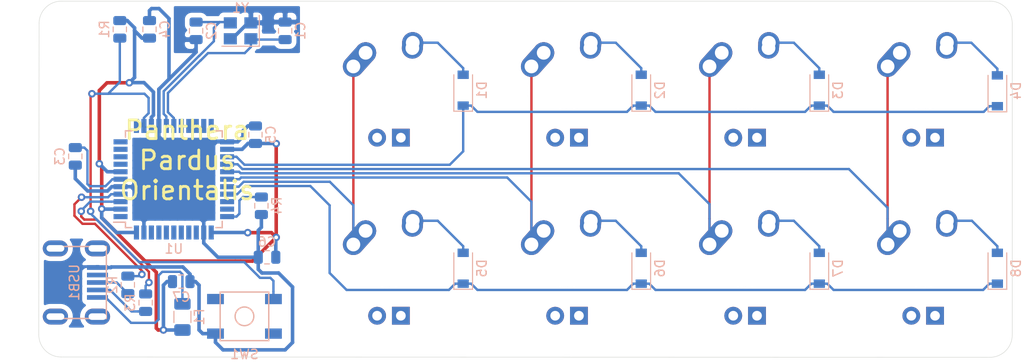
<source format=kicad_pcb>
(kicad_pcb (version 20171130) (host pcbnew "(5.1.4)-1")

  (general
    (thickness 1.6)
    (drawings 9)
    (tracks 334)
    (zones 0)
    (modules 32)
    (nets 49)
  )

  (page A4)
  (layers
    (0 F.Cu signal)
    (31 B.Cu signal)
    (32 B.Adhes user)
    (33 F.Adhes user)
    (34 B.Paste user)
    (35 F.Paste user)
    (36 B.SilkS user)
    (37 F.SilkS user)
    (38 B.Mask user)
    (39 F.Mask user)
    (40 Dwgs.User user)
    (41 Cmts.User user)
    (42 Eco1.User user)
    (43 Eco2.User user)
    (44 Edge.Cuts user)
    (45 Margin user)
    (46 B.CrtYd user)
    (47 F.CrtYd user)
    (48 B.Fab user)
    (49 F.Fab user)
  )

  (setup
    (last_trace_width 0.254)
    (trace_clearance 0.2)
    (zone_clearance 0.508)
    (zone_45_only no)
    (trace_min 0.2)
    (via_size 0.8)
    (via_drill 0.4)
    (via_min_size 0.4)
    (via_min_drill 0.3)
    (uvia_size 0.3)
    (uvia_drill 0.1)
    (uvias_allowed no)
    (uvia_min_size 0.2)
    (uvia_min_drill 0.1)
    (edge_width 0.05)
    (segment_width 0.2)
    (pcb_text_width 0.3)
    (pcb_text_size 1.5 1.5)
    (mod_edge_width 0.12)
    (mod_text_size 1 1)
    (mod_text_width 0.15)
    (pad_size 1.524 1.524)
    (pad_drill 0.762)
    (pad_to_mask_clearance 0.051)
    (solder_mask_min_width 0.25)
    (aux_axis_origin 0 0)
    (visible_elements 7FFFFFFF)
    (pcbplotparams
      (layerselection 0x010fc_ffffffff)
      (usegerberextensions false)
      (usegerberattributes false)
      (usegerberadvancedattributes false)
      (creategerberjobfile false)
      (excludeedgelayer true)
      (linewidth 0.100000)
      (plotframeref false)
      (viasonmask false)
      (mode 1)
      (useauxorigin false)
      (hpglpennumber 1)
      (hpglpenspeed 20)
      (hpglpendiameter 15.000000)
      (psnegative false)
      (psa4output false)
      (plotreference true)
      (plotvalue true)
      (plotinvisibletext false)
      (padsonsilk false)
      (subtractmaskfromsilk false)
      (outputformat 1)
      (mirror false)
      (drillshape 1)
      (scaleselection 1)
      (outputdirectory ""))
  )

  (net 0 "")
  (net 1 GND)
  (net 2 "Net-(C1-Pad1)")
  (net 3 "Net-(C2-Pad2)")
  (net 4 "Net-(C3-Pad1)")
  (net 5 +5V)
  (net 6 "Net-(D1-Pad2)")
  (net 7 ROW0)
  (net 8 "Net-(D2-Pad2)")
  (net 9 "Net-(D3-Pad2)")
  (net 10 "Net-(D4-Pad2)")
  (net 11 "Net-(D5-Pad2)")
  (net 12 ROW1)
  (net 13 "Net-(D6-Pad2)")
  (net 14 "Net-(D7-Pad2)")
  (net 15 "Net-(D8-Pad2)")
  (net 16 VCC)
  (net 17 COL0)
  (net 18 COL1)
  (net 19 COL2)
  (net 20 COL3)
  (net 21 "Net-(R1-Pad2)")
  (net 22 D+)
  (net 23 "Net-(R2-Pad1)")
  (net 24 D-)
  (net 25 "Net-(R3-Pad1)")
  (net 26 "Net-(R4-Pad2)")
  (net 27 "Net-(U1-Pad42)")
  (net 28 "Net-(U1-Pad41)")
  (net 29 "Net-(U1-Pad40)")
  (net 30 "Net-(U1-Pad39)")
  (net 31 "Net-(U1-Pad38)")
  (net 32 "Net-(U1-Pad37)")
  (net 33 "Net-(U1-Pad36)")
  (net 34 "Net-(U1-Pad32)")
  (net 35 "Net-(U1-Pad31)")
  (net 36 "Net-(U1-Pad22)")
  (net 37 "Net-(U1-Pad21)")
  (net 38 "Net-(U1-Pad20)")
  (net 39 "Net-(U1-Pad19)")
  (net 40 "Net-(U1-Pad18)")
  (net 41 "Net-(U1-Pad12)")
  (net 42 "Net-(U1-Pad11)")
  (net 43 "Net-(U1-Pad10)")
  (net 44 "Net-(U1-Pad9)")
  (net 45 "Net-(U1-Pad8)")
  (net 46 "Net-(U1-Pad1)")
  (net 47 "Net-(USB1-Pad2)")
  (net 48 "Net-(USB1-Pad6)")

  (net_class Default "This is the default net class."
    (clearance 0.2)
    (trace_width 0.254)
    (via_dia 0.8)
    (via_drill 0.4)
    (uvia_dia 0.3)
    (uvia_drill 0.1)
    (add_net COL0)
    (add_net COL1)
    (add_net COL2)
    (add_net COL3)
    (add_net D+)
    (add_net D-)
    (add_net "Net-(C1-Pad1)")
    (add_net "Net-(C2-Pad2)")
    (add_net "Net-(C3-Pad1)")
    (add_net "Net-(D1-Pad2)")
    (add_net "Net-(D2-Pad2)")
    (add_net "Net-(D3-Pad2)")
    (add_net "Net-(D4-Pad2)")
    (add_net "Net-(D5-Pad2)")
    (add_net "Net-(D6-Pad2)")
    (add_net "Net-(D7-Pad2)")
    (add_net "Net-(D8-Pad2)")
    (add_net "Net-(R1-Pad2)")
    (add_net "Net-(R2-Pad1)")
    (add_net "Net-(R3-Pad1)")
    (add_net "Net-(R4-Pad2)")
    (add_net "Net-(U1-Pad1)")
    (add_net "Net-(U1-Pad10)")
    (add_net "Net-(U1-Pad11)")
    (add_net "Net-(U1-Pad12)")
    (add_net "Net-(U1-Pad18)")
    (add_net "Net-(U1-Pad19)")
    (add_net "Net-(U1-Pad20)")
    (add_net "Net-(U1-Pad21)")
    (add_net "Net-(U1-Pad22)")
    (add_net "Net-(U1-Pad31)")
    (add_net "Net-(U1-Pad32)")
    (add_net "Net-(U1-Pad36)")
    (add_net "Net-(U1-Pad37)")
    (add_net "Net-(U1-Pad38)")
    (add_net "Net-(U1-Pad39)")
    (add_net "Net-(U1-Pad40)")
    (add_net "Net-(U1-Pad41)")
    (add_net "Net-(U1-Pad42)")
    (add_net "Net-(U1-Pad8)")
    (add_net "Net-(U1-Pad9)")
    (add_net "Net-(USB1-Pad2)")
    (add_net "Net-(USB1-Pad6)")
    (add_net ROW0)
    (add_net ROW1)
    (add_net VCC)
  )

  (net_class Power ""
    (clearance 0.2)
    (trace_width 0.381)
    (via_dia 0.8)
    (via_drill 0.4)
    (uvia_dia 0.3)
    (uvia_drill 0.1)
    (add_net +5V)
    (add_net GND)
  )

  (module MX_Alps_Hybrid:MX-1U (layer F.Cu) (tedit 5A9F3A9A) (tstamp 5F22C2FE)
    (at 244.475 107.95)
    (path /5F26133E)
    (fp_text reference MX8 (at 0 3.175) (layer Dwgs.User)
      (effects (font (size 1 1) (thickness 0.15)))
    )
    (fp_text value MX-NoLED (at 0 -7.9375) (layer Dwgs.User)
      (effects (font (size 1 1) (thickness 0.15)))
    )
    (fp_line (start -9.525 9.525) (end -9.525 -9.525) (layer Dwgs.User) (width 0.15))
    (fp_line (start 9.525 9.525) (end -9.525 9.525) (layer Dwgs.User) (width 0.15))
    (fp_line (start 9.525 -9.525) (end 9.525 9.525) (layer Dwgs.User) (width 0.15))
    (fp_line (start -9.525 -9.525) (end 9.525 -9.525) (layer Dwgs.User) (width 0.15))
    (fp_line (start -7 -7) (end -7 -5) (layer Dwgs.User) (width 0.15))
    (fp_line (start -5 -7) (end -7 -7) (layer Dwgs.User) (width 0.15))
    (fp_line (start -7 7) (end -5 7) (layer Dwgs.User) (width 0.15))
    (fp_line (start -7 5) (end -7 7) (layer Dwgs.User) (width 0.15))
    (fp_line (start 7 7) (end 7 5) (layer Dwgs.User) (width 0.15))
    (fp_line (start 5 7) (end 7 7) (layer Dwgs.User) (width 0.15))
    (fp_line (start 7 -7) (end 7 -5) (layer Dwgs.User) (width 0.15))
    (fp_line (start 5 -7) (end 7 -7) (layer Dwgs.User) (width 0.15))
    (pad "" np_thru_hole circle (at 5.08 0 48.0996) (size 1.75 1.75) (drill 1.75) (layers *.Cu *.Mask))
    (pad "" np_thru_hole circle (at -5.08 0 48.0996) (size 1.75 1.75) (drill 1.75) (layers *.Cu *.Mask))
    (pad 4 thru_hole rect (at 1.27 5.08) (size 1.905 1.905) (drill 1.04) (layers *.Cu B.Mask))
    (pad 3 thru_hole circle (at -1.27 5.08) (size 1.905 1.905) (drill 1.04) (layers *.Cu B.Mask))
    (pad 1 thru_hole circle (at -2.5 -4) (size 2.25 2.25) (drill 1.47) (layers *.Cu B.Mask)
      (net 20 COL3))
    (pad "" np_thru_hole circle (at 0 0) (size 3.9878 3.9878) (drill 3.9878) (layers *.Cu *.Mask))
    (pad 1 thru_hole oval (at -3.81 -2.54 48.0996) (size 4.211556 2.25) (drill 1.47 (offset 0.980778 0)) (layers *.Cu B.Mask)
      (net 20 COL3))
    (pad 2 thru_hole circle (at 2.54 -5.08) (size 2.25 2.25) (drill 1.47) (layers *.Cu B.Mask)
      (net 15 "Net-(D8-Pad2)"))
    (pad 2 thru_hole oval (at 2.5 -4.5 86.0548) (size 2.831378 2.25) (drill 1.47 (offset 0.290689 0)) (layers *.Cu B.Mask)
      (net 15 "Net-(D8-Pad2)"))
  )

  (module MX_Alps_Hybrid:MX-1U (layer F.Cu) (tedit 5A9F3A9A) (tstamp 5F22C2E9)
    (at 225.425 107.95)
    (path /5F261331)
    (fp_text reference MX7 (at 0 3.175) (layer Dwgs.User)
      (effects (font (size 1 1) (thickness 0.15)))
    )
    (fp_text value MX-NoLED (at 0 -7.9375) (layer Dwgs.User)
      (effects (font (size 1 1) (thickness 0.15)))
    )
    (fp_line (start -9.525 9.525) (end -9.525 -9.525) (layer Dwgs.User) (width 0.15))
    (fp_line (start 9.525 9.525) (end -9.525 9.525) (layer Dwgs.User) (width 0.15))
    (fp_line (start 9.525 -9.525) (end 9.525 9.525) (layer Dwgs.User) (width 0.15))
    (fp_line (start -9.525 -9.525) (end 9.525 -9.525) (layer Dwgs.User) (width 0.15))
    (fp_line (start -7 -7) (end -7 -5) (layer Dwgs.User) (width 0.15))
    (fp_line (start -5 -7) (end -7 -7) (layer Dwgs.User) (width 0.15))
    (fp_line (start -7 7) (end -5 7) (layer Dwgs.User) (width 0.15))
    (fp_line (start -7 5) (end -7 7) (layer Dwgs.User) (width 0.15))
    (fp_line (start 7 7) (end 7 5) (layer Dwgs.User) (width 0.15))
    (fp_line (start 5 7) (end 7 7) (layer Dwgs.User) (width 0.15))
    (fp_line (start 7 -7) (end 7 -5) (layer Dwgs.User) (width 0.15))
    (fp_line (start 5 -7) (end 7 -7) (layer Dwgs.User) (width 0.15))
    (pad "" np_thru_hole circle (at 5.08 0 48.0996) (size 1.75 1.75) (drill 1.75) (layers *.Cu *.Mask))
    (pad "" np_thru_hole circle (at -5.08 0 48.0996) (size 1.75 1.75) (drill 1.75) (layers *.Cu *.Mask))
    (pad 4 thru_hole rect (at 1.27 5.08) (size 1.905 1.905) (drill 1.04) (layers *.Cu B.Mask))
    (pad 3 thru_hole circle (at -1.27 5.08) (size 1.905 1.905) (drill 1.04) (layers *.Cu B.Mask))
    (pad 1 thru_hole circle (at -2.5 -4) (size 2.25 2.25) (drill 1.47) (layers *.Cu B.Mask)
      (net 19 COL2))
    (pad "" np_thru_hole circle (at 0 0) (size 3.9878 3.9878) (drill 3.9878) (layers *.Cu *.Mask))
    (pad 1 thru_hole oval (at -3.81 -2.54 48.0996) (size 4.211556 2.25) (drill 1.47 (offset 0.980778 0)) (layers *.Cu B.Mask)
      (net 19 COL2))
    (pad 2 thru_hole circle (at 2.54 -5.08) (size 2.25 2.25) (drill 1.47) (layers *.Cu B.Mask)
      (net 14 "Net-(D7-Pad2)"))
    (pad 2 thru_hole oval (at 2.5 -4.5 86.0548) (size 2.831378 2.25) (drill 1.47 (offset 0.290689 0)) (layers *.Cu B.Mask)
      (net 14 "Net-(D7-Pad2)"))
  )

  (module MX_Alps_Hybrid:MX-1U (layer F.Cu) (tedit 5A9F3A9A) (tstamp 5F22C2D4)
    (at 206.375 107.95)
    (path /5F261324)
    (fp_text reference MX6 (at 0 3.175) (layer Dwgs.User)
      (effects (font (size 1 1) (thickness 0.15)))
    )
    (fp_text value MX-NoLED (at 0 -7.9375) (layer Dwgs.User)
      (effects (font (size 1 1) (thickness 0.15)))
    )
    (fp_line (start -9.525 9.525) (end -9.525 -9.525) (layer Dwgs.User) (width 0.15))
    (fp_line (start 9.525 9.525) (end -9.525 9.525) (layer Dwgs.User) (width 0.15))
    (fp_line (start 9.525 -9.525) (end 9.525 9.525) (layer Dwgs.User) (width 0.15))
    (fp_line (start -9.525 -9.525) (end 9.525 -9.525) (layer Dwgs.User) (width 0.15))
    (fp_line (start -7 -7) (end -7 -5) (layer Dwgs.User) (width 0.15))
    (fp_line (start -5 -7) (end -7 -7) (layer Dwgs.User) (width 0.15))
    (fp_line (start -7 7) (end -5 7) (layer Dwgs.User) (width 0.15))
    (fp_line (start -7 5) (end -7 7) (layer Dwgs.User) (width 0.15))
    (fp_line (start 7 7) (end 7 5) (layer Dwgs.User) (width 0.15))
    (fp_line (start 5 7) (end 7 7) (layer Dwgs.User) (width 0.15))
    (fp_line (start 7 -7) (end 7 -5) (layer Dwgs.User) (width 0.15))
    (fp_line (start 5 -7) (end 7 -7) (layer Dwgs.User) (width 0.15))
    (pad "" np_thru_hole circle (at 5.08 0 48.0996) (size 1.75 1.75) (drill 1.75) (layers *.Cu *.Mask))
    (pad "" np_thru_hole circle (at -5.08 0 48.0996) (size 1.75 1.75) (drill 1.75) (layers *.Cu *.Mask))
    (pad 4 thru_hole rect (at 1.27 5.08) (size 1.905 1.905) (drill 1.04) (layers *.Cu B.Mask))
    (pad 3 thru_hole circle (at -1.27 5.08) (size 1.905 1.905) (drill 1.04) (layers *.Cu B.Mask))
    (pad 1 thru_hole circle (at -2.5 -4) (size 2.25 2.25) (drill 1.47) (layers *.Cu B.Mask)
      (net 18 COL1))
    (pad "" np_thru_hole circle (at 0 0) (size 3.9878 3.9878) (drill 3.9878) (layers *.Cu *.Mask))
    (pad 1 thru_hole oval (at -3.81 -2.54 48.0996) (size 4.211556 2.25) (drill 1.47 (offset 0.980778 0)) (layers *.Cu B.Mask)
      (net 18 COL1))
    (pad 2 thru_hole circle (at 2.54 -5.08) (size 2.25 2.25) (drill 1.47) (layers *.Cu B.Mask)
      (net 13 "Net-(D6-Pad2)"))
    (pad 2 thru_hole oval (at 2.5 -4.5 86.0548) (size 2.831378 2.25) (drill 1.47 (offset 0.290689 0)) (layers *.Cu B.Mask)
      (net 13 "Net-(D6-Pad2)"))
  )

  (module MX_Alps_Hybrid:MX-1U (layer F.Cu) (tedit 5A9F3A9A) (tstamp 5F22C2BF)
    (at 187.325 107.95)
    (path /5F261317)
    (fp_text reference MX5 (at 0 3.175) (layer Dwgs.User)
      (effects (font (size 1 1) (thickness 0.15)))
    )
    (fp_text value MX-NoLED (at 0 -7.9375) (layer Dwgs.User)
      (effects (font (size 1 1) (thickness 0.15)))
    )
    (fp_line (start -9.525 9.525) (end -9.525 -9.525) (layer Dwgs.User) (width 0.15))
    (fp_line (start 9.525 9.525) (end -9.525 9.525) (layer Dwgs.User) (width 0.15))
    (fp_line (start 9.525 -9.525) (end 9.525 9.525) (layer Dwgs.User) (width 0.15))
    (fp_line (start -9.525 -9.525) (end 9.525 -9.525) (layer Dwgs.User) (width 0.15))
    (fp_line (start -7 -7) (end -7 -5) (layer Dwgs.User) (width 0.15))
    (fp_line (start -5 -7) (end -7 -7) (layer Dwgs.User) (width 0.15))
    (fp_line (start -7 7) (end -5 7) (layer Dwgs.User) (width 0.15))
    (fp_line (start -7 5) (end -7 7) (layer Dwgs.User) (width 0.15))
    (fp_line (start 7 7) (end 7 5) (layer Dwgs.User) (width 0.15))
    (fp_line (start 5 7) (end 7 7) (layer Dwgs.User) (width 0.15))
    (fp_line (start 7 -7) (end 7 -5) (layer Dwgs.User) (width 0.15))
    (fp_line (start 5 -7) (end 7 -7) (layer Dwgs.User) (width 0.15))
    (pad "" np_thru_hole circle (at 5.08 0 48.0996) (size 1.75 1.75) (drill 1.75) (layers *.Cu *.Mask))
    (pad "" np_thru_hole circle (at -5.08 0 48.0996) (size 1.75 1.75) (drill 1.75) (layers *.Cu *.Mask))
    (pad 4 thru_hole rect (at 1.27 5.08) (size 1.905 1.905) (drill 1.04) (layers *.Cu B.Mask))
    (pad 3 thru_hole circle (at -1.27 5.08) (size 1.905 1.905) (drill 1.04) (layers *.Cu B.Mask))
    (pad 1 thru_hole circle (at -2.5 -4) (size 2.25 2.25) (drill 1.47) (layers *.Cu B.Mask)
      (net 17 COL0))
    (pad "" np_thru_hole circle (at 0 0) (size 3.9878 3.9878) (drill 3.9878) (layers *.Cu *.Mask))
    (pad 1 thru_hole oval (at -3.81 -2.54 48.0996) (size 4.211556 2.25) (drill 1.47 (offset 0.980778 0)) (layers *.Cu B.Mask)
      (net 17 COL0))
    (pad 2 thru_hole circle (at 2.54 -5.08) (size 2.25 2.25) (drill 1.47) (layers *.Cu B.Mask)
      (net 11 "Net-(D5-Pad2)"))
    (pad 2 thru_hole oval (at 2.5 -4.5 86.0548) (size 2.831378 2.25) (drill 1.47 (offset 0.290689 0)) (layers *.Cu B.Mask)
      (net 11 "Net-(D5-Pad2)"))
  )

  (module MX_Alps_Hybrid:MX-1U (layer F.Cu) (tedit 5A9F3A9A) (tstamp 5F22C2AA)
    (at 244.475 88.9)
    (path /5F25CB9C)
    (fp_text reference MX4 (at 0 3.175) (layer Dwgs.User)
      (effects (font (size 1 1) (thickness 0.15)))
    )
    (fp_text value MX-NoLED (at 0 -7.9375) (layer Dwgs.User)
      (effects (font (size 1 1) (thickness 0.15)))
    )
    (fp_line (start -9.525 9.525) (end -9.525 -9.525) (layer Dwgs.User) (width 0.15))
    (fp_line (start 9.525 9.525) (end -9.525 9.525) (layer Dwgs.User) (width 0.15))
    (fp_line (start 9.525 -9.525) (end 9.525 9.525) (layer Dwgs.User) (width 0.15))
    (fp_line (start -9.525 -9.525) (end 9.525 -9.525) (layer Dwgs.User) (width 0.15))
    (fp_line (start -7 -7) (end -7 -5) (layer Dwgs.User) (width 0.15))
    (fp_line (start -5 -7) (end -7 -7) (layer Dwgs.User) (width 0.15))
    (fp_line (start -7 7) (end -5 7) (layer Dwgs.User) (width 0.15))
    (fp_line (start -7 5) (end -7 7) (layer Dwgs.User) (width 0.15))
    (fp_line (start 7 7) (end 7 5) (layer Dwgs.User) (width 0.15))
    (fp_line (start 5 7) (end 7 7) (layer Dwgs.User) (width 0.15))
    (fp_line (start 7 -7) (end 7 -5) (layer Dwgs.User) (width 0.15))
    (fp_line (start 5 -7) (end 7 -7) (layer Dwgs.User) (width 0.15))
    (pad "" np_thru_hole circle (at 5.08 0 48.0996) (size 1.75 1.75) (drill 1.75) (layers *.Cu *.Mask))
    (pad "" np_thru_hole circle (at -5.08 0 48.0996) (size 1.75 1.75) (drill 1.75) (layers *.Cu *.Mask))
    (pad 4 thru_hole rect (at 1.27 5.08) (size 1.905 1.905) (drill 1.04) (layers *.Cu B.Mask))
    (pad 3 thru_hole circle (at -1.27 5.08) (size 1.905 1.905) (drill 1.04) (layers *.Cu B.Mask))
    (pad 1 thru_hole circle (at -2.5 -4) (size 2.25 2.25) (drill 1.47) (layers *.Cu B.Mask)
      (net 20 COL3))
    (pad "" np_thru_hole circle (at 0 0) (size 3.9878 3.9878) (drill 3.9878) (layers *.Cu *.Mask))
    (pad 1 thru_hole oval (at -3.81 -2.54 48.0996) (size 4.211556 2.25) (drill 1.47 (offset 0.980778 0)) (layers *.Cu B.Mask)
      (net 20 COL3))
    (pad 2 thru_hole circle (at 2.54 -5.08) (size 2.25 2.25) (drill 1.47) (layers *.Cu B.Mask)
      (net 10 "Net-(D4-Pad2)"))
    (pad 2 thru_hole oval (at 2.5 -4.5 86.0548) (size 2.831378 2.25) (drill 1.47 (offset 0.290689 0)) (layers *.Cu B.Mask)
      (net 10 "Net-(D4-Pad2)"))
  )

  (module MX_Alps_Hybrid:MX-1U (layer F.Cu) (tedit 5A9F3A9A) (tstamp 5F22C295)
    (at 225.425 88.9)
    (path /5F25B605)
    (fp_text reference MX3 (at 0 3.175) (layer Dwgs.User)
      (effects (font (size 1 1) (thickness 0.15)))
    )
    (fp_text value MX-NoLED (at 0 -7.9375) (layer Dwgs.User)
      (effects (font (size 1 1) (thickness 0.15)))
    )
    (fp_line (start -9.525 9.525) (end -9.525 -9.525) (layer Dwgs.User) (width 0.15))
    (fp_line (start 9.525 9.525) (end -9.525 9.525) (layer Dwgs.User) (width 0.15))
    (fp_line (start 9.525 -9.525) (end 9.525 9.525) (layer Dwgs.User) (width 0.15))
    (fp_line (start -9.525 -9.525) (end 9.525 -9.525) (layer Dwgs.User) (width 0.15))
    (fp_line (start -7 -7) (end -7 -5) (layer Dwgs.User) (width 0.15))
    (fp_line (start -5 -7) (end -7 -7) (layer Dwgs.User) (width 0.15))
    (fp_line (start -7 7) (end -5 7) (layer Dwgs.User) (width 0.15))
    (fp_line (start -7 5) (end -7 7) (layer Dwgs.User) (width 0.15))
    (fp_line (start 7 7) (end 7 5) (layer Dwgs.User) (width 0.15))
    (fp_line (start 5 7) (end 7 7) (layer Dwgs.User) (width 0.15))
    (fp_line (start 7 -7) (end 7 -5) (layer Dwgs.User) (width 0.15))
    (fp_line (start 5 -7) (end 7 -7) (layer Dwgs.User) (width 0.15))
    (pad "" np_thru_hole circle (at 5.08 0 48.0996) (size 1.75 1.75) (drill 1.75) (layers *.Cu *.Mask))
    (pad "" np_thru_hole circle (at -5.08 0 48.0996) (size 1.75 1.75) (drill 1.75) (layers *.Cu *.Mask))
    (pad 4 thru_hole rect (at 1.27 5.08) (size 1.905 1.905) (drill 1.04) (layers *.Cu B.Mask))
    (pad 3 thru_hole circle (at -1.27 5.08) (size 1.905 1.905) (drill 1.04) (layers *.Cu B.Mask))
    (pad 1 thru_hole circle (at -2.5 -4) (size 2.25 2.25) (drill 1.47) (layers *.Cu B.Mask)
      (net 19 COL2))
    (pad "" np_thru_hole circle (at 0 0) (size 3.9878 3.9878) (drill 3.9878) (layers *.Cu *.Mask))
    (pad 1 thru_hole oval (at -3.81 -2.54 48.0996) (size 4.211556 2.25) (drill 1.47 (offset 0.980778 0)) (layers *.Cu B.Mask)
      (net 19 COL2))
    (pad 2 thru_hole circle (at 2.54 -5.08) (size 2.25 2.25) (drill 1.47) (layers *.Cu B.Mask)
      (net 9 "Net-(D3-Pad2)"))
    (pad 2 thru_hole oval (at 2.5 -4.5 86.0548) (size 2.831378 2.25) (drill 1.47 (offset 0.290689 0)) (layers *.Cu B.Mask)
      (net 9 "Net-(D3-Pad2)"))
  )

  (module MX_Alps_Hybrid:MX-1U (layer F.Cu) (tedit 5A9F3A9A) (tstamp 5F22C280)
    (at 206.375 88.9)
    (path /5F25A45D)
    (fp_text reference MX2 (at 0 3.175) (layer Dwgs.User)
      (effects (font (size 1 1) (thickness 0.15)))
    )
    (fp_text value MX-NoLED (at 0 -7.9375) (layer Dwgs.User)
      (effects (font (size 1 1) (thickness 0.15)))
    )
    (fp_line (start -9.525 9.525) (end -9.525 -9.525) (layer Dwgs.User) (width 0.15))
    (fp_line (start 9.525 9.525) (end -9.525 9.525) (layer Dwgs.User) (width 0.15))
    (fp_line (start 9.525 -9.525) (end 9.525 9.525) (layer Dwgs.User) (width 0.15))
    (fp_line (start -9.525 -9.525) (end 9.525 -9.525) (layer Dwgs.User) (width 0.15))
    (fp_line (start -7 -7) (end -7 -5) (layer Dwgs.User) (width 0.15))
    (fp_line (start -5 -7) (end -7 -7) (layer Dwgs.User) (width 0.15))
    (fp_line (start -7 7) (end -5 7) (layer Dwgs.User) (width 0.15))
    (fp_line (start -7 5) (end -7 7) (layer Dwgs.User) (width 0.15))
    (fp_line (start 7 7) (end 7 5) (layer Dwgs.User) (width 0.15))
    (fp_line (start 5 7) (end 7 7) (layer Dwgs.User) (width 0.15))
    (fp_line (start 7 -7) (end 7 -5) (layer Dwgs.User) (width 0.15))
    (fp_line (start 5 -7) (end 7 -7) (layer Dwgs.User) (width 0.15))
    (pad "" np_thru_hole circle (at 5.08 0 48.0996) (size 1.75 1.75) (drill 1.75) (layers *.Cu *.Mask))
    (pad "" np_thru_hole circle (at -5.08 0 48.0996) (size 1.75 1.75) (drill 1.75) (layers *.Cu *.Mask))
    (pad 4 thru_hole rect (at 1.27 5.08) (size 1.905 1.905) (drill 1.04) (layers *.Cu B.Mask))
    (pad 3 thru_hole circle (at -1.27 5.08) (size 1.905 1.905) (drill 1.04) (layers *.Cu B.Mask))
    (pad 1 thru_hole circle (at -2.5 -4) (size 2.25 2.25) (drill 1.47) (layers *.Cu B.Mask)
      (net 18 COL1))
    (pad "" np_thru_hole circle (at 0 0) (size 3.9878 3.9878) (drill 3.9878) (layers *.Cu *.Mask))
    (pad 1 thru_hole oval (at -3.81 -2.54 48.0996) (size 4.211556 2.25) (drill 1.47 (offset 0.980778 0)) (layers *.Cu B.Mask)
      (net 18 COL1))
    (pad 2 thru_hole circle (at 2.54 -5.08) (size 2.25 2.25) (drill 1.47) (layers *.Cu B.Mask)
      (net 8 "Net-(D2-Pad2)"))
    (pad 2 thru_hole oval (at 2.5 -4.5 86.0548) (size 2.831378 2.25) (drill 1.47 (offset 0.290689 0)) (layers *.Cu B.Mask)
      (net 8 "Net-(D2-Pad2)"))
  )

  (module MX_Alps_Hybrid:MX-1U (layer F.Cu) (tedit 5A9F3A9A) (tstamp 5F22C26B)
    (at 187.325 88.9)
    (path /5F254ADD)
    (fp_text reference MX1 (at 0 3.175) (layer Dwgs.User)
      (effects (font (size 1 1) (thickness 0.15)))
    )
    (fp_text value MX-NoLED (at 0 -7.9375) (layer Dwgs.User)
      (effects (font (size 1 1) (thickness 0.15)))
    )
    (fp_line (start -9.525 9.525) (end -9.525 -9.525) (layer Dwgs.User) (width 0.15))
    (fp_line (start 9.525 9.525) (end -9.525 9.525) (layer Dwgs.User) (width 0.15))
    (fp_line (start 9.525 -9.525) (end 9.525 9.525) (layer Dwgs.User) (width 0.15))
    (fp_line (start -9.525 -9.525) (end 9.525 -9.525) (layer Dwgs.User) (width 0.15))
    (fp_line (start -7 -7) (end -7 -5) (layer Dwgs.User) (width 0.15))
    (fp_line (start -5 -7) (end -7 -7) (layer Dwgs.User) (width 0.15))
    (fp_line (start -7 7) (end -5 7) (layer Dwgs.User) (width 0.15))
    (fp_line (start -7 5) (end -7 7) (layer Dwgs.User) (width 0.15))
    (fp_line (start 7 7) (end 7 5) (layer Dwgs.User) (width 0.15))
    (fp_line (start 5 7) (end 7 7) (layer Dwgs.User) (width 0.15))
    (fp_line (start 7 -7) (end 7 -5) (layer Dwgs.User) (width 0.15))
    (fp_line (start 5 -7) (end 7 -7) (layer Dwgs.User) (width 0.15))
    (pad "" np_thru_hole circle (at 5.08 0 48.0996) (size 1.75 1.75) (drill 1.75) (layers *.Cu *.Mask))
    (pad "" np_thru_hole circle (at -5.08 0 48.0996) (size 1.75 1.75) (drill 1.75) (layers *.Cu *.Mask))
    (pad 4 thru_hole rect (at 1.27 5.08) (size 1.905 1.905) (drill 1.04) (layers *.Cu B.Mask))
    (pad 3 thru_hole circle (at -1.27 5.08) (size 1.905 1.905) (drill 1.04) (layers *.Cu B.Mask))
    (pad 1 thru_hole circle (at -2.5 -4) (size 2.25 2.25) (drill 1.47) (layers *.Cu B.Mask)
      (net 17 COL0))
    (pad "" np_thru_hole circle (at 0 0) (size 3.9878 3.9878) (drill 3.9878) (layers *.Cu *.Mask))
    (pad 1 thru_hole oval (at -3.81 -2.54 48.0996) (size 4.211556 2.25) (drill 1.47 (offset 0.980778 0)) (layers *.Cu B.Mask)
      (net 17 COL0))
    (pad 2 thru_hole circle (at 2.54 -5.08) (size 2.25 2.25) (drill 1.47) (layers *.Cu B.Mask)
      (net 6 "Net-(D1-Pad2)"))
    (pad 2 thru_hole oval (at 2.5 -4.5 86.0548) (size 2.831378 2.25) (drill 1.47 (offset 0.290689 0)) (layers *.Cu B.Mask)
      (net 6 "Net-(D1-Pad2)"))
  )

  (module Crystal:Crystal_SMD_3225-4Pin_3.2x2.5mm (layer B.Cu) (tedit 5A0FD1B2) (tstamp 5F22CF9B)
    (at 171.45 82.55 180)
    (descr "SMD Crystal SERIES SMD3225/4 http://www.txccrystal.com/images/pdf/7m-accuracy.pdf, 3.2x2.5mm^2 package")
    (tags "SMD SMT crystal")
    (path /5F233AAA)
    (attr smd)
    (fp_text reference Y1 (at 0 2.45) (layer B.SilkS)
      (effects (font (size 1 1) (thickness 0.15)) (justify mirror))
    )
    (fp_text value 16MHz (at 0 -2.45) (layer B.Fab)
      (effects (font (size 1 1) (thickness 0.15)) (justify mirror))
    )
    (fp_line (start 2.1 1.7) (end -2.1 1.7) (layer B.CrtYd) (width 0.05))
    (fp_line (start 2.1 -1.7) (end 2.1 1.7) (layer B.CrtYd) (width 0.05))
    (fp_line (start -2.1 -1.7) (end 2.1 -1.7) (layer B.CrtYd) (width 0.05))
    (fp_line (start -2.1 1.7) (end -2.1 -1.7) (layer B.CrtYd) (width 0.05))
    (fp_line (start -2 -1.65) (end 2 -1.65) (layer B.SilkS) (width 0.12))
    (fp_line (start -2 1.65) (end -2 -1.65) (layer B.SilkS) (width 0.12))
    (fp_line (start -1.6 -0.25) (end -0.6 -1.25) (layer B.Fab) (width 0.1))
    (fp_line (start 1.6 1.25) (end -1.6 1.25) (layer B.Fab) (width 0.1))
    (fp_line (start 1.6 -1.25) (end 1.6 1.25) (layer B.Fab) (width 0.1))
    (fp_line (start -1.6 -1.25) (end 1.6 -1.25) (layer B.Fab) (width 0.1))
    (fp_line (start -1.6 1.25) (end -1.6 -1.25) (layer B.Fab) (width 0.1))
    (fp_text user %R (at 0 0) (layer B.Fab)
      (effects (font (size 0.7 0.7) (thickness 0.105)) (justify mirror))
    )
    (pad 4 smd rect (at -1.1 0.85 180) (size 1.4 1.2) (layers B.Cu B.Paste B.Mask)
      (net 1 GND))
    (pad 3 smd rect (at 1.1 0.85 180) (size 1.4 1.2) (layers B.Cu B.Paste B.Mask)
      (net 3 "Net-(C2-Pad2)"))
    (pad 2 smd rect (at 1.1 -0.85 180) (size 1.4 1.2) (layers B.Cu B.Paste B.Mask)
      (net 1 GND))
    (pad 1 smd rect (at -1.1 -0.85 180) (size 1.4 1.2) (layers B.Cu B.Paste B.Mask)
      (net 2 "Net-(C1-Pad1)"))
    (model ${KISYS3DMOD}/Crystal.3dshapes/Crystal_SMD_3225-4Pin_3.2x2.5mm.wrl
      (at (xyz 0 0 0))
      (scale (xyz 1 1 1))
      (rotate (xyz 0 0 0))
    )
  )

  (module random-keyboard-parts:Molex-0548190589 (layer B.Cu) (tedit 5C494815) (tstamp 5F22DBCF)
    (at 151.638 109.474)
    (path /5F2434E0)
    (attr smd)
    (fp_text reference USB1 (at 2.032 0 270) (layer B.SilkS)
      (effects (font (size 1 1) (thickness 0.15)) (justify mirror))
    )
    (fp_text value Molex-0548190589 (at -5.08 0 270) (layer Dwgs.User)
      (effects (font (size 1 1) (thickness 0.15)))
    )
    (fp_text user %R (at 2 0 270) (layer B.CrtYd)
      (effects (font (size 1 1) (thickness 0.15)) (justify mirror))
    )
    (fp_line (start 3.25 1.25) (end 5.5 1.25) (layer B.CrtYd) (width 0.15))
    (fp_line (start 5.5 0.5) (end 3.25 0.5) (layer B.CrtYd) (width 0.15))
    (fp_line (start 3.25 -0.5) (end 5.5 -0.5) (layer B.CrtYd) (width 0.15))
    (fp_line (start 5.5 -1.25) (end 3.25 -1.25) (layer B.CrtYd) (width 0.15))
    (fp_line (start 3.25 -2) (end 5.5 -2) (layer B.CrtYd) (width 0.15))
    (fp_line (start 3.25 2) (end 3.25 -2) (layer B.CrtYd) (width 0.15))
    (fp_line (start 5.5 2) (end 3.25 2) (layer B.CrtYd) (width 0.15))
    (fp_line (start -3.75 -3.75) (end -3.75 3.75) (layer B.CrtYd) (width 0.15))
    (fp_line (start 5.5 -3.75) (end -3.75 -3.75) (layer B.CrtYd) (width 0.15))
    (fp_line (start 5.5 3.75) (end 5.5 -3.75) (layer B.CrtYd) (width 0.15))
    (fp_line (start -3.75 3.75) (end 5.5 3.75) (layer B.CrtYd) (width 0.15))
    (fp_line (start 0 3.85) (end 5.45 3.85) (layer B.SilkS) (width 0.15))
    (fp_line (start 0 -3.85) (end 5.45 -3.85) (layer B.SilkS) (width 0.15))
    (fp_line (start 5.45 3.85) (end 5.45 -3.85) (layer B.SilkS) (width 0.15))
    (fp_line (start -3.75 3.85) (end 0 3.85) (layer Dwgs.User) (width 0.15))
    (fp_line (start -3.75 -3.85) (end 0 -3.85) (layer Dwgs.User) (width 0.15))
    (fp_line (start -1.75 4.572) (end -1.75 -4.572) (layer Dwgs.User) (width 0.15))
    (fp_line (start -3.75 3.85) (end -3.75 -3.85) (layer Dwgs.User) (width 0.15))
    (pad 6 thru_hole oval (at 0 3.65) (size 2.7 1.7) (drill oval 1.9 0.7) (layers *.Cu *.Mask)
      (net 48 "Net-(USB1-Pad6)"))
    (pad 6 thru_hole oval (at 0 -3.65) (size 2.7 1.7) (drill oval 1.9 0.7) (layers *.Cu *.Mask)
      (net 48 "Net-(USB1-Pad6)"))
    (pad 6 thru_hole oval (at 4.5 -3.65) (size 2.7 1.7) (drill oval 1.9 0.7) (layers *.Cu *.Mask)
      (net 48 "Net-(USB1-Pad6)"))
    (pad 6 thru_hole oval (at 4.5 3.65) (size 2.7 1.7) (drill oval 1.9 0.7) (layers *.Cu *.Mask)
      (net 48 "Net-(USB1-Pad6)"))
    (pad 5 smd rect (at 4.5 1.6) (size 2.25 0.5) (layers B.Cu B.Paste B.Mask)
      (net 16 VCC))
    (pad 4 smd rect (at 4.5 0.8) (size 2.25 0.5) (layers B.Cu B.Paste B.Mask)
      (net 24 D-))
    (pad 3 smd rect (at 4.5 0) (size 2.25 0.5) (layers B.Cu B.Paste B.Mask)
      (net 22 D+))
    (pad 2 smd rect (at 4.5 -0.8) (size 2.25 0.5) (layers B.Cu B.Paste B.Mask)
      (net 47 "Net-(USB1-Pad2)"))
    (pad 1 smd rect (at 4.5 -1.6) (size 2.25 0.5) (layers B.Cu B.Paste B.Mask)
      (net 1 GND))
  )

  (module Package_QFP:TQFP-44_10x10mm_P0.8mm (layer B.Cu) (tedit 5A02F146) (tstamp 5F22C3A3)
    (at 164.30625 98.425)
    (descr "44-Lead Plastic Thin Quad Flatpack (PT) - 10x10x1.0 mm Body [TQFP] (see Microchip Packaging Specification 00000049BS.pdf)")
    (tags "QFP 0.8")
    (path /5F22A01B)
    (attr smd)
    (fp_text reference U1 (at 0 7.45) (layer B.SilkS)
      (effects (font (size 1 1) (thickness 0.15)) (justify mirror))
    )
    (fp_text value ATmega32U4-AU (at 0 -7.45) (layer B.Fab)
      (effects (font (size 1 1) (thickness 0.15)) (justify mirror))
    )
    (fp_line (start -5.175 4.6) (end -6.45 4.6) (layer B.SilkS) (width 0.15))
    (fp_line (start 5.175 5.175) (end 4.5 5.175) (layer B.SilkS) (width 0.15))
    (fp_line (start 5.175 -5.175) (end 4.5 -5.175) (layer B.SilkS) (width 0.15))
    (fp_line (start -5.175 -5.175) (end -4.5 -5.175) (layer B.SilkS) (width 0.15))
    (fp_line (start -5.175 5.175) (end -4.5 5.175) (layer B.SilkS) (width 0.15))
    (fp_line (start -5.175 -5.175) (end -5.175 -4.5) (layer B.SilkS) (width 0.15))
    (fp_line (start 5.175 -5.175) (end 5.175 -4.5) (layer B.SilkS) (width 0.15))
    (fp_line (start 5.175 5.175) (end 5.175 4.5) (layer B.SilkS) (width 0.15))
    (fp_line (start -5.175 5.175) (end -5.175 4.6) (layer B.SilkS) (width 0.15))
    (fp_line (start -6.7 -6.7) (end 6.7 -6.7) (layer B.CrtYd) (width 0.05))
    (fp_line (start -6.7 6.7) (end 6.7 6.7) (layer B.CrtYd) (width 0.05))
    (fp_line (start 6.7 6.7) (end 6.7 -6.7) (layer B.CrtYd) (width 0.05))
    (fp_line (start -6.7 6.7) (end -6.7 -6.7) (layer B.CrtYd) (width 0.05))
    (fp_line (start -5 4) (end -4 5) (layer B.Fab) (width 0.15))
    (fp_line (start -5 -5) (end -5 4) (layer B.Fab) (width 0.15))
    (fp_line (start 5 -5) (end -5 -5) (layer B.Fab) (width 0.15))
    (fp_line (start 5 5) (end 5 -5) (layer B.Fab) (width 0.15))
    (fp_line (start -4 5) (end 5 5) (layer B.Fab) (width 0.15))
    (fp_text user %R (at 0 0) (layer B.Fab)
      (effects (font (size 1 1) (thickness 0.15)) (justify mirror))
    )
    (pad 44 smd rect (at -4 5.7 270) (size 1.5 0.55) (layers B.Cu B.Paste B.Mask)
      (net 5 +5V))
    (pad 43 smd rect (at -3.2 5.7 270) (size 1.5 0.55) (layers B.Cu B.Paste B.Mask)
      (net 1 GND))
    (pad 42 smd rect (at -2.4 5.7 270) (size 1.5 0.55) (layers B.Cu B.Paste B.Mask)
      (net 27 "Net-(U1-Pad42)"))
    (pad 41 smd rect (at -1.6 5.7 270) (size 1.5 0.55) (layers B.Cu B.Paste B.Mask)
      (net 28 "Net-(U1-Pad41)"))
    (pad 40 smd rect (at -0.8 5.7 270) (size 1.5 0.55) (layers B.Cu B.Paste B.Mask)
      (net 29 "Net-(U1-Pad40)"))
    (pad 39 smd rect (at 0 5.7 270) (size 1.5 0.55) (layers B.Cu B.Paste B.Mask)
      (net 30 "Net-(U1-Pad39)"))
    (pad 38 smd rect (at 0.8 5.7 270) (size 1.5 0.55) (layers B.Cu B.Paste B.Mask)
      (net 31 "Net-(U1-Pad38)"))
    (pad 37 smd rect (at 1.6 5.7 270) (size 1.5 0.55) (layers B.Cu B.Paste B.Mask)
      (net 32 "Net-(U1-Pad37)"))
    (pad 36 smd rect (at 2.4 5.7 270) (size 1.5 0.55) (layers B.Cu B.Paste B.Mask)
      (net 33 "Net-(U1-Pad36)"))
    (pad 35 smd rect (at 3.2 5.7 270) (size 1.5 0.55) (layers B.Cu B.Paste B.Mask)
      (net 1 GND))
    (pad 34 smd rect (at 4 5.7 270) (size 1.5 0.55) (layers B.Cu B.Paste B.Mask)
      (net 5 +5V))
    (pad 33 smd rect (at 5.7 4) (size 1.5 0.55) (layers B.Cu B.Paste B.Mask)
      (net 26 "Net-(R4-Pad2)"))
    (pad 32 smd rect (at 5.7 3.2) (size 1.5 0.55) (layers B.Cu B.Paste B.Mask)
      (net 34 "Net-(U1-Pad32)"))
    (pad 31 smd rect (at 5.7 2.4) (size 1.5 0.55) (layers B.Cu B.Paste B.Mask)
      (net 35 "Net-(U1-Pad31)"))
    (pad 30 smd rect (at 5.7 1.6) (size 1.5 0.55) (layers B.Cu B.Paste B.Mask)
      (net 12 ROW1))
    (pad 29 smd rect (at 5.7 0.8) (size 1.5 0.55) (layers B.Cu B.Paste B.Mask)
      (net 17 COL0))
    (pad 28 smd rect (at 5.7 0) (size 1.5 0.55) (layers B.Cu B.Paste B.Mask)
      (net 18 COL1))
    (pad 27 smd rect (at 5.7 -0.8) (size 1.5 0.55) (layers B.Cu B.Paste B.Mask)
      (net 19 COL2))
    (pad 26 smd rect (at 5.7 -1.6) (size 1.5 0.55) (layers B.Cu B.Paste B.Mask)
      (net 20 COL3))
    (pad 25 smd rect (at 5.7 -2.4) (size 1.5 0.55) (layers B.Cu B.Paste B.Mask)
      (net 7 ROW0))
    (pad 24 smd rect (at 5.7 -3.2) (size 1.5 0.55) (layers B.Cu B.Paste B.Mask)
      (net 5 +5V))
    (pad 23 smd rect (at 5.7 -4) (size 1.5 0.55) (layers B.Cu B.Paste B.Mask)
      (net 1 GND))
    (pad 22 smd rect (at 4 -5.7 270) (size 1.5 0.55) (layers B.Cu B.Paste B.Mask)
      (net 36 "Net-(U1-Pad22)"))
    (pad 21 smd rect (at 3.2 -5.7 270) (size 1.5 0.55) (layers B.Cu B.Paste B.Mask)
      (net 37 "Net-(U1-Pad21)"))
    (pad 20 smd rect (at 2.4 -5.7 270) (size 1.5 0.55) (layers B.Cu B.Paste B.Mask)
      (net 38 "Net-(U1-Pad20)"))
    (pad 19 smd rect (at 1.6 -5.7 270) (size 1.5 0.55) (layers B.Cu B.Paste B.Mask)
      (net 39 "Net-(U1-Pad19)"))
    (pad 18 smd rect (at 0.8 -5.7 270) (size 1.5 0.55) (layers B.Cu B.Paste B.Mask)
      (net 40 "Net-(U1-Pad18)"))
    (pad 17 smd rect (at 0 -5.7 270) (size 1.5 0.55) (layers B.Cu B.Paste B.Mask)
      (net 2 "Net-(C1-Pad1)"))
    (pad 16 smd rect (at -0.8 -5.7 270) (size 1.5 0.55) (layers B.Cu B.Paste B.Mask)
      (net 3 "Net-(C2-Pad2)"))
    (pad 15 smd rect (at -1.6 -5.7 270) (size 1.5 0.55) (layers B.Cu B.Paste B.Mask)
      (net 1 GND))
    (pad 14 smd rect (at -2.4 -5.7 270) (size 1.5 0.55) (layers B.Cu B.Paste B.Mask)
      (net 5 +5V))
    (pad 13 smd rect (at -3.2 -5.7 270) (size 1.5 0.55) (layers B.Cu B.Paste B.Mask)
      (net 21 "Net-(R1-Pad2)"))
    (pad 12 smd rect (at -4 -5.7 270) (size 1.5 0.55) (layers B.Cu B.Paste B.Mask)
      (net 41 "Net-(U1-Pad12)"))
    (pad 11 smd rect (at -5.7 -4) (size 1.5 0.55) (layers B.Cu B.Paste B.Mask)
      (net 42 "Net-(U1-Pad11)"))
    (pad 10 smd rect (at -5.7 -3.2) (size 1.5 0.55) (layers B.Cu B.Paste B.Mask)
      (net 43 "Net-(U1-Pad10)"))
    (pad 9 smd rect (at -5.7 -2.4) (size 1.5 0.55) (layers B.Cu B.Paste B.Mask)
      (net 44 "Net-(U1-Pad9)"))
    (pad 8 smd rect (at -5.7 -1.6) (size 1.5 0.55) (layers B.Cu B.Paste B.Mask)
      (net 45 "Net-(U1-Pad8)"))
    (pad 7 smd rect (at -5.7 -0.8) (size 1.5 0.55) (layers B.Cu B.Paste B.Mask)
      (net 5 +5V))
    (pad 6 smd rect (at -5.7 0) (size 1.5 0.55) (layers B.Cu B.Paste B.Mask)
      (net 4 "Net-(C3-Pad1)"))
    (pad 5 smd rect (at -5.7 0.8) (size 1.5 0.55) (layers B.Cu B.Paste B.Mask)
      (net 1 GND))
    (pad 4 smd rect (at -5.7 1.6) (size 1.5 0.55) (layers B.Cu B.Paste B.Mask)
      (net 23 "Net-(R2-Pad1)"))
    (pad 3 smd rect (at -5.7 2.4) (size 1.5 0.55) (layers B.Cu B.Paste B.Mask)
      (net 25 "Net-(R3-Pad1)"))
    (pad 2 smd rect (at -5.7 3.2) (size 1.5 0.55) (layers B.Cu B.Paste B.Mask)
      (net 5 +5V))
    (pad 1 smd rect (at -5.7 4) (size 1.5 0.55) (layers B.Cu B.Paste B.Mask)
      (net 46 "Net-(U1-Pad1)"))
    (model ${KISYS3DMOD}/Package_QFP.3dshapes/TQFP-44_10x10mm_P0.8mm.wrl
      (at (xyz 0 0 0))
      (scale (xyz 1 1 1))
      (rotate (xyz 0 0 0))
    )
  )

  (module random-keyboard-parts:SKQG-1155865 (layer B.Cu) (tedit 5E62B398) (tstamp 5F22C360)
    (at 171.86275 113.0935 180)
    (path /5F23AB5B)
    (attr smd)
    (fp_text reference SW1 (at 0 -4.064) (layer B.SilkS)
      (effects (font (size 1 1) (thickness 0.15)) (justify mirror))
    )
    (fp_text value SW_Push (at 0 4.064) (layer B.Fab)
      (effects (font (size 1 1) (thickness 0.15)) (justify mirror))
    )
    (fp_line (start -2.6 2.6) (end 2.6 2.6) (layer B.SilkS) (width 0.15))
    (fp_line (start 2.6 2.6) (end 2.6 -2.6) (layer B.SilkS) (width 0.15))
    (fp_line (start 2.6 -2.6) (end -2.6 -2.6) (layer B.SilkS) (width 0.15))
    (fp_line (start -2.6 -2.6) (end -2.6 2.6) (layer B.SilkS) (width 0.15))
    (fp_circle (center 0 0) (end 1 0) (layer B.SilkS) (width 0.15))
    (fp_line (start -4.2 2.6) (end 4.2 2.6) (layer B.Fab) (width 0.15))
    (fp_line (start 4.2 2.6) (end 4.2 1.2) (layer B.Fab) (width 0.15))
    (fp_line (start 4.2 1.1) (end 2.6 1.1) (layer B.Fab) (width 0.15))
    (fp_line (start 2.6 1.1) (end 2.6 -1.1) (layer B.Fab) (width 0.15))
    (fp_line (start 2.6 -1.1) (end 4.2 -1.1) (layer B.Fab) (width 0.15))
    (fp_line (start 4.2 -1.1) (end 4.2 -2.6) (layer B.Fab) (width 0.15))
    (fp_line (start 4.2 -2.6) (end -4.2 -2.6) (layer B.Fab) (width 0.15))
    (fp_line (start -4.2 -2.6) (end -4.2 -1.1) (layer B.Fab) (width 0.15))
    (fp_line (start -4.2 -1.1) (end -2.6 -1.1) (layer B.Fab) (width 0.15))
    (fp_line (start -2.6 -1.1) (end -2.6 1.1) (layer B.Fab) (width 0.15))
    (fp_line (start -2.6 1.1) (end -4.2 1.1) (layer B.Fab) (width 0.15))
    (fp_line (start -4.2 1.1) (end -4.2 2.6) (layer B.Fab) (width 0.15))
    (fp_circle (center 0 0) (end 1 0) (layer B.Fab) (width 0.15))
    (fp_line (start -2.6 1.1) (end -1.1 2.6) (layer B.Fab) (width 0.15))
    (fp_line (start 2.6 1.1) (end 1.1 2.6) (layer B.Fab) (width 0.15))
    (fp_line (start 2.6 -1.1) (end 1.1 -2.6) (layer B.Fab) (width 0.15))
    (fp_line (start -2.6 -1.1) (end -1.1 -2.6) (layer B.Fab) (width 0.15))
    (pad 4 smd rect (at -3.1 -1.85 180) (size 1.8 1.1) (layers B.Cu B.Paste B.Mask))
    (pad 3 smd rect (at 3.1 1.85 180) (size 1.8 1.1) (layers B.Cu B.Paste B.Mask))
    (pad 2 smd rect (at -3.1 1.85 180) (size 1.8 1.1) (layers B.Cu B.Paste B.Mask)
      (net 21 "Net-(R1-Pad2)"))
    (pad 1 smd rect (at 3.1 -1.85 180) (size 1.8 1.1) (layers B.Cu B.Paste B.Mask)
      (net 1 GND))
    (model ${KISYS3DMOD}/Button_Switch_SMD.3dshapes/SW_SPST_TL3342.step
      (at (xyz 0 0 0))
      (scale (xyz 1 1 1))
      (rotate (xyz 0 0 0))
    )
  )

  (module Resistor_SMD:R_0805_2012Metric (layer B.Cu) (tedit 5B36C52B) (tstamp 5F22D4FC)
    (at 173.6725 101.26575 90)
    (descr "Resistor SMD 0805 (2012 Metric), square (rectangular) end terminal, IPC_7351 nominal, (Body size source: https://docs.google.com/spreadsheets/d/1BsfQQcO9C6DZCsRaXUlFlo91Tg2WpOkGARC1WS5S8t0/edit?usp=sharing), generated with kicad-footprint-generator")
    (tags resistor)
    (path /5F22C066)
    (attr smd)
    (fp_text reference R4 (at 0 1.65 90) (layer B.SilkS)
      (effects (font (size 1 1) (thickness 0.15)) (justify mirror))
    )
    (fp_text value 10k (at 0 -1.65 90) (layer B.Fab)
      (effects (font (size 1 1) (thickness 0.15)) (justify mirror))
    )
    (fp_text user %R (at 0 0 90) (layer B.Fab)
      (effects (font (size 0.5 0.5) (thickness 0.08)) (justify mirror))
    )
    (fp_line (start 1.68 -0.95) (end -1.68 -0.95) (layer B.CrtYd) (width 0.05))
    (fp_line (start 1.68 0.95) (end 1.68 -0.95) (layer B.CrtYd) (width 0.05))
    (fp_line (start -1.68 0.95) (end 1.68 0.95) (layer B.CrtYd) (width 0.05))
    (fp_line (start -1.68 -0.95) (end -1.68 0.95) (layer B.CrtYd) (width 0.05))
    (fp_line (start -0.258578 -0.71) (end 0.258578 -0.71) (layer B.SilkS) (width 0.12))
    (fp_line (start -0.258578 0.71) (end 0.258578 0.71) (layer B.SilkS) (width 0.12))
    (fp_line (start 1 -0.6) (end -1 -0.6) (layer B.Fab) (width 0.1))
    (fp_line (start 1 0.6) (end 1 -0.6) (layer B.Fab) (width 0.1))
    (fp_line (start -1 0.6) (end 1 0.6) (layer B.Fab) (width 0.1))
    (fp_line (start -1 -0.6) (end -1 0.6) (layer B.Fab) (width 0.1))
    (pad 2 smd roundrect (at 0.9375 0 90) (size 0.975 1.4) (layers B.Cu B.Paste B.Mask) (roundrect_rratio 0.25)
      (net 26 "Net-(R4-Pad2)"))
    (pad 1 smd roundrect (at -0.9375 0 90) (size 0.975 1.4) (layers B.Cu B.Paste B.Mask) (roundrect_rratio 0.25)
      (net 1 GND))
    (model ${KISYS3DMOD}/Resistor_SMD.3dshapes/R_0805_2012Metric.wrl
      (at (xyz 0 0 0))
      (scale (xyz 1 1 1))
      (rotate (xyz 0 0 0))
    )
  )

  (module Resistor_SMD:R_0805_2012Metric (layer B.Cu) (tedit 5B36C52B) (tstamp 5F23A907)
    (at 161.29 111.633 270)
    (descr "Resistor SMD 0805 (2012 Metric), square (rectangular) end terminal, IPC_7351 nominal, (Body size source: https://docs.google.com/spreadsheets/d/1BsfQQcO9C6DZCsRaXUlFlo91Tg2WpOkGARC1WS5S8t0/edit?usp=sharing), generated with kicad-footprint-generator")
    (tags resistor)
    (path /5F22CECC)
    (attr smd)
    (fp_text reference R3 (at 0 1.65 90) (layer B.SilkS)
      (effects (font (size 1 1) (thickness 0.15)) (justify mirror))
    )
    (fp_text value 22 (at 0 -1.65 90) (layer B.Fab)
      (effects (font (size 1 1) (thickness 0.15)) (justify mirror))
    )
    (fp_text user %R (at 0 0 90) (layer B.Fab)
      (effects (font (size 0.5 0.5) (thickness 0.08)) (justify mirror))
    )
    (fp_line (start 1.68 -0.95) (end -1.68 -0.95) (layer B.CrtYd) (width 0.05))
    (fp_line (start 1.68 0.95) (end 1.68 -0.95) (layer B.CrtYd) (width 0.05))
    (fp_line (start -1.68 0.95) (end 1.68 0.95) (layer B.CrtYd) (width 0.05))
    (fp_line (start -1.68 -0.95) (end -1.68 0.95) (layer B.CrtYd) (width 0.05))
    (fp_line (start -0.258578 -0.71) (end 0.258578 -0.71) (layer B.SilkS) (width 0.12))
    (fp_line (start -0.258578 0.71) (end 0.258578 0.71) (layer B.SilkS) (width 0.12))
    (fp_line (start 1 -0.6) (end -1 -0.6) (layer B.Fab) (width 0.1))
    (fp_line (start 1 0.6) (end 1 -0.6) (layer B.Fab) (width 0.1))
    (fp_line (start -1 0.6) (end 1 0.6) (layer B.Fab) (width 0.1))
    (fp_line (start -1 -0.6) (end -1 0.6) (layer B.Fab) (width 0.1))
    (pad 2 smd roundrect (at 0.9375 0 270) (size 0.975 1.4) (layers B.Cu B.Paste B.Mask) (roundrect_rratio 0.25)
      (net 24 D-))
    (pad 1 smd roundrect (at -0.9375 0 270) (size 0.975 1.4) (layers B.Cu B.Paste B.Mask) (roundrect_rratio 0.25)
      (net 25 "Net-(R3-Pad1)"))
    (model ${KISYS3DMOD}/Resistor_SMD.3dshapes/R_0805_2012Metric.wrl
      (at (xyz 0 0 0))
      (scale (xyz 1 1 1))
      (rotate (xyz 0 0 0))
    )
  )

  (module Resistor_SMD:R_0805_2012Metric (layer B.Cu) (tedit 5B36C52B) (tstamp 5F23A8D7)
    (at 159.385 109.728 270)
    (descr "Resistor SMD 0805 (2012 Metric), square (rectangular) end terminal, IPC_7351 nominal, (Body size source: https://docs.google.com/spreadsheets/d/1BsfQQcO9C6DZCsRaXUlFlo91Tg2WpOkGARC1WS5S8t0/edit?usp=sharing), generated with kicad-footprint-generator")
    (tags resistor)
    (path /5F22C8A5)
    (attr smd)
    (fp_text reference R2 (at 0 1.65 90) (layer B.SilkS)
      (effects (font (size 1 1) (thickness 0.15)) (justify mirror))
    )
    (fp_text value 22 (at 0 -1.65 90) (layer B.Fab)
      (effects (font (size 1 1) (thickness 0.15)) (justify mirror))
    )
    (fp_text user %R (at 0 0 90) (layer B.Fab)
      (effects (font (size 0.5 0.5) (thickness 0.08)) (justify mirror))
    )
    (fp_line (start 1.68 -0.95) (end -1.68 -0.95) (layer B.CrtYd) (width 0.05))
    (fp_line (start 1.68 0.95) (end 1.68 -0.95) (layer B.CrtYd) (width 0.05))
    (fp_line (start -1.68 0.95) (end 1.68 0.95) (layer B.CrtYd) (width 0.05))
    (fp_line (start -1.68 -0.95) (end -1.68 0.95) (layer B.CrtYd) (width 0.05))
    (fp_line (start -0.258578 -0.71) (end 0.258578 -0.71) (layer B.SilkS) (width 0.12))
    (fp_line (start -0.258578 0.71) (end 0.258578 0.71) (layer B.SilkS) (width 0.12))
    (fp_line (start 1 -0.6) (end -1 -0.6) (layer B.Fab) (width 0.1))
    (fp_line (start 1 0.6) (end 1 -0.6) (layer B.Fab) (width 0.1))
    (fp_line (start -1 0.6) (end 1 0.6) (layer B.Fab) (width 0.1))
    (fp_line (start -1 -0.6) (end -1 0.6) (layer B.Fab) (width 0.1))
    (pad 2 smd roundrect (at 0.9375 0 270) (size 0.975 1.4) (layers B.Cu B.Paste B.Mask) (roundrect_rratio 0.25)
      (net 22 D+))
    (pad 1 smd roundrect (at -0.9375 0 270) (size 0.975 1.4) (layers B.Cu B.Paste B.Mask) (roundrect_rratio 0.25)
      (net 23 "Net-(R2-Pad1)"))
    (model ${KISYS3DMOD}/Resistor_SMD.3dshapes/R_0805_2012Metric.wrl
      (at (xyz 0 0 0))
      (scale (xyz 1 1 1))
      (rotate (xyz 0 0 0))
    )
  )

  (module Resistor_SMD:R_0805_2012Metric (layer B.Cu) (tedit 5B36C52B) (tstamp 5F22C30F)
    (at 158.52775 82.39125 270)
    (descr "Resistor SMD 0805 (2012 Metric), square (rectangular) end terminal, IPC_7351 nominal, (Body size source: https://docs.google.com/spreadsheets/d/1BsfQQcO9C6DZCsRaXUlFlo91Tg2WpOkGARC1WS5S8t0/edit?usp=sharing), generated with kicad-footprint-generator")
    (tags resistor)
    (path /5F23CD2B)
    (attr smd)
    (fp_text reference R1 (at 0 1.65 90) (layer B.SilkS)
      (effects (font (size 1 1) (thickness 0.15)) (justify mirror))
    )
    (fp_text value 10k (at 0 -1.65 90) (layer B.Fab)
      (effects (font (size 1 1) (thickness 0.15)) (justify mirror))
    )
    (fp_text user %R (at 0 0 90) (layer B.Fab)
      (effects (font (size 0.5 0.5) (thickness 0.08)) (justify mirror))
    )
    (fp_line (start 1.68 -0.95) (end -1.68 -0.95) (layer B.CrtYd) (width 0.05))
    (fp_line (start 1.68 0.95) (end 1.68 -0.95) (layer B.CrtYd) (width 0.05))
    (fp_line (start -1.68 0.95) (end 1.68 0.95) (layer B.CrtYd) (width 0.05))
    (fp_line (start -1.68 -0.95) (end -1.68 0.95) (layer B.CrtYd) (width 0.05))
    (fp_line (start -0.258578 -0.71) (end 0.258578 -0.71) (layer B.SilkS) (width 0.12))
    (fp_line (start -0.258578 0.71) (end 0.258578 0.71) (layer B.SilkS) (width 0.12))
    (fp_line (start 1 -0.6) (end -1 -0.6) (layer B.Fab) (width 0.1))
    (fp_line (start 1 0.6) (end 1 -0.6) (layer B.Fab) (width 0.1))
    (fp_line (start -1 0.6) (end 1 0.6) (layer B.Fab) (width 0.1))
    (fp_line (start -1 -0.6) (end -1 0.6) (layer B.Fab) (width 0.1))
    (pad 2 smd roundrect (at 0.9375 0 270) (size 0.975 1.4) (layers B.Cu B.Paste B.Mask) (roundrect_rratio 0.25)
      (net 21 "Net-(R1-Pad2)"))
    (pad 1 smd roundrect (at -0.9375 0 270) (size 0.975 1.4) (layers B.Cu B.Paste B.Mask) (roundrect_rratio 0.25)
      (net 5 +5V))
    (model ${KISYS3DMOD}/Resistor_SMD.3dshapes/R_0805_2012Metric.wrl
      (at (xyz 0 0 0))
      (scale (xyz 1 1 1))
      (rotate (xyz 0 0 0))
    )
  )

  (module Fuse:Fuse_1206_3216Metric (layer B.Cu) (tedit 5B301BBE) (tstamp 5F22C256)
    (at 165.227 113.157 90)
    (descr "Fuse SMD 1206 (3216 Metric), square (rectangular) end terminal, IPC_7351 nominal, (Body size source: http://www.tortai-tech.com/upload/download/2011102023233369053.pdf), generated with kicad-footprint-generator")
    (tags resistor)
    (path /5F244856)
    (attr smd)
    (fp_text reference F1 (at 0 1.82 90) (layer B.SilkS)
      (effects (font (size 1 1) (thickness 0.15)) (justify mirror))
    )
    (fp_text value 500mA (at 0 -1.82 90) (layer B.Fab)
      (effects (font (size 1 1) (thickness 0.15)) (justify mirror))
    )
    (fp_text user %R (at 0 0 90) (layer B.Fab)
      (effects (font (size 0.8 0.8) (thickness 0.12)) (justify mirror))
    )
    (fp_line (start 2.28 -1.12) (end -2.28 -1.12) (layer B.CrtYd) (width 0.05))
    (fp_line (start 2.28 1.12) (end 2.28 -1.12) (layer B.CrtYd) (width 0.05))
    (fp_line (start -2.28 1.12) (end 2.28 1.12) (layer B.CrtYd) (width 0.05))
    (fp_line (start -2.28 -1.12) (end -2.28 1.12) (layer B.CrtYd) (width 0.05))
    (fp_line (start -0.602064 -0.91) (end 0.602064 -0.91) (layer B.SilkS) (width 0.12))
    (fp_line (start -0.602064 0.91) (end 0.602064 0.91) (layer B.SilkS) (width 0.12))
    (fp_line (start 1.6 -0.8) (end -1.6 -0.8) (layer B.Fab) (width 0.1))
    (fp_line (start 1.6 0.8) (end 1.6 -0.8) (layer B.Fab) (width 0.1))
    (fp_line (start -1.6 0.8) (end 1.6 0.8) (layer B.Fab) (width 0.1))
    (fp_line (start -1.6 -0.8) (end -1.6 0.8) (layer B.Fab) (width 0.1))
    (pad 2 smd roundrect (at 1.4 0 90) (size 1.25 1.75) (layers B.Cu B.Paste B.Mask) (roundrect_rratio 0.2)
      (net 16 VCC))
    (pad 1 smd roundrect (at -1.4 0 90) (size 1.25 1.75) (layers B.Cu B.Paste B.Mask) (roundrect_rratio 0.2)
      (net 5 +5V))
    (model ${KISYS3DMOD}/Fuse.3dshapes/Fuse_1206_3216Metric.wrl
      (at (xyz 0 0 0))
      (scale (xyz 1 1 1))
      (rotate (xyz 0 0 0))
    )
  )

  (module Diode_SMD:D_SOD-123 (layer B.Cu) (tedit 58645DC7) (tstamp 5F22C245)
    (at 252.4125 107.95 90)
    (descr SOD-123)
    (tags SOD-123)
    (path /5F261344)
    (attr smd)
    (fp_text reference D8 (at 0 2 90) (layer B.SilkS)
      (effects (font (size 1 1) (thickness 0.15)) (justify mirror))
    )
    (fp_text value SOD-123 (at 0 -2.1 90) (layer B.Fab)
      (effects (font (size 1 1) (thickness 0.15)) (justify mirror))
    )
    (fp_line (start -2.25 1) (end 1.65 1) (layer B.SilkS) (width 0.12))
    (fp_line (start -2.25 -1) (end 1.65 -1) (layer B.SilkS) (width 0.12))
    (fp_line (start -2.35 1.15) (end -2.35 -1.15) (layer B.CrtYd) (width 0.05))
    (fp_line (start 2.35 -1.15) (end -2.35 -1.15) (layer B.CrtYd) (width 0.05))
    (fp_line (start 2.35 1.15) (end 2.35 -1.15) (layer B.CrtYd) (width 0.05))
    (fp_line (start -2.35 1.15) (end 2.35 1.15) (layer B.CrtYd) (width 0.05))
    (fp_line (start -1.4 0.9) (end 1.4 0.9) (layer B.Fab) (width 0.1))
    (fp_line (start 1.4 0.9) (end 1.4 -0.9) (layer B.Fab) (width 0.1))
    (fp_line (start 1.4 -0.9) (end -1.4 -0.9) (layer B.Fab) (width 0.1))
    (fp_line (start -1.4 -0.9) (end -1.4 0.9) (layer B.Fab) (width 0.1))
    (fp_line (start -0.75 0) (end -0.35 0) (layer B.Fab) (width 0.1))
    (fp_line (start -0.35 0) (end -0.35 0.55) (layer B.Fab) (width 0.1))
    (fp_line (start -0.35 0) (end -0.35 -0.55) (layer B.Fab) (width 0.1))
    (fp_line (start -0.35 0) (end 0.25 0.4) (layer B.Fab) (width 0.1))
    (fp_line (start 0.25 0.4) (end 0.25 -0.4) (layer B.Fab) (width 0.1))
    (fp_line (start 0.25 -0.4) (end -0.35 0) (layer B.Fab) (width 0.1))
    (fp_line (start 0.25 0) (end 0.75 0) (layer B.Fab) (width 0.1))
    (fp_line (start -2.25 1) (end -2.25 -1) (layer B.SilkS) (width 0.12))
    (fp_text user %R (at 0 2 90) (layer B.Fab)
      (effects (font (size 1 1) (thickness 0.15)) (justify mirror))
    )
    (pad 2 smd rect (at 1.65 0 90) (size 0.9 1.2) (layers B.Cu B.Paste B.Mask)
      (net 15 "Net-(D8-Pad2)"))
    (pad 1 smd rect (at -1.65 0 90) (size 0.9 1.2) (layers B.Cu B.Paste B.Mask)
      (net 12 ROW1))
    (model ${KISYS3DMOD}/Diode_SMD.3dshapes/D_SOD-123.wrl
      (at (xyz 0 0 0))
      (scale (xyz 1 1 1))
      (rotate (xyz 0 0 0))
    )
  )

  (module Diode_SMD:D_SOD-123 (layer B.Cu) (tedit 58645DC7) (tstamp 5F22C22C)
    (at 233.3625 107.95 90)
    (descr SOD-123)
    (tags SOD-123)
    (path /5F261337)
    (attr smd)
    (fp_text reference D7 (at 0 2 90) (layer B.SilkS)
      (effects (font (size 1 1) (thickness 0.15)) (justify mirror))
    )
    (fp_text value SOD-123 (at 0 -2.1 90) (layer B.Fab)
      (effects (font (size 1 1) (thickness 0.15)) (justify mirror))
    )
    (fp_line (start -2.25 1) (end 1.65 1) (layer B.SilkS) (width 0.12))
    (fp_line (start -2.25 -1) (end 1.65 -1) (layer B.SilkS) (width 0.12))
    (fp_line (start -2.35 1.15) (end -2.35 -1.15) (layer B.CrtYd) (width 0.05))
    (fp_line (start 2.35 -1.15) (end -2.35 -1.15) (layer B.CrtYd) (width 0.05))
    (fp_line (start 2.35 1.15) (end 2.35 -1.15) (layer B.CrtYd) (width 0.05))
    (fp_line (start -2.35 1.15) (end 2.35 1.15) (layer B.CrtYd) (width 0.05))
    (fp_line (start -1.4 0.9) (end 1.4 0.9) (layer B.Fab) (width 0.1))
    (fp_line (start 1.4 0.9) (end 1.4 -0.9) (layer B.Fab) (width 0.1))
    (fp_line (start 1.4 -0.9) (end -1.4 -0.9) (layer B.Fab) (width 0.1))
    (fp_line (start -1.4 -0.9) (end -1.4 0.9) (layer B.Fab) (width 0.1))
    (fp_line (start -0.75 0) (end -0.35 0) (layer B.Fab) (width 0.1))
    (fp_line (start -0.35 0) (end -0.35 0.55) (layer B.Fab) (width 0.1))
    (fp_line (start -0.35 0) (end -0.35 -0.55) (layer B.Fab) (width 0.1))
    (fp_line (start -0.35 0) (end 0.25 0.4) (layer B.Fab) (width 0.1))
    (fp_line (start 0.25 0.4) (end 0.25 -0.4) (layer B.Fab) (width 0.1))
    (fp_line (start 0.25 -0.4) (end -0.35 0) (layer B.Fab) (width 0.1))
    (fp_line (start 0.25 0) (end 0.75 0) (layer B.Fab) (width 0.1))
    (fp_line (start -2.25 1) (end -2.25 -1) (layer B.SilkS) (width 0.12))
    (fp_text user %R (at 0 2 90) (layer B.Fab)
      (effects (font (size 1 1) (thickness 0.15)) (justify mirror))
    )
    (pad 2 smd rect (at 1.65 0 90) (size 0.9 1.2) (layers B.Cu B.Paste B.Mask)
      (net 14 "Net-(D7-Pad2)"))
    (pad 1 smd rect (at -1.65 0 90) (size 0.9 1.2) (layers B.Cu B.Paste B.Mask)
      (net 12 ROW1))
    (model ${KISYS3DMOD}/Diode_SMD.3dshapes/D_SOD-123.wrl
      (at (xyz 0 0 0))
      (scale (xyz 1 1 1))
      (rotate (xyz 0 0 0))
    )
  )

  (module Diode_SMD:D_SOD-123 (layer B.Cu) (tedit 58645DC7) (tstamp 5F22C213)
    (at 214.3125 107.95 90)
    (descr SOD-123)
    (tags SOD-123)
    (path /5F26132A)
    (attr smd)
    (fp_text reference D6 (at 0 2 90) (layer B.SilkS)
      (effects (font (size 1 1) (thickness 0.15)) (justify mirror))
    )
    (fp_text value SOD-123 (at 0 -2.1 90) (layer B.Fab)
      (effects (font (size 1 1) (thickness 0.15)) (justify mirror))
    )
    (fp_line (start -2.25 1) (end 1.65 1) (layer B.SilkS) (width 0.12))
    (fp_line (start -2.25 -1) (end 1.65 -1) (layer B.SilkS) (width 0.12))
    (fp_line (start -2.35 1.15) (end -2.35 -1.15) (layer B.CrtYd) (width 0.05))
    (fp_line (start 2.35 -1.15) (end -2.35 -1.15) (layer B.CrtYd) (width 0.05))
    (fp_line (start 2.35 1.15) (end 2.35 -1.15) (layer B.CrtYd) (width 0.05))
    (fp_line (start -2.35 1.15) (end 2.35 1.15) (layer B.CrtYd) (width 0.05))
    (fp_line (start -1.4 0.9) (end 1.4 0.9) (layer B.Fab) (width 0.1))
    (fp_line (start 1.4 0.9) (end 1.4 -0.9) (layer B.Fab) (width 0.1))
    (fp_line (start 1.4 -0.9) (end -1.4 -0.9) (layer B.Fab) (width 0.1))
    (fp_line (start -1.4 -0.9) (end -1.4 0.9) (layer B.Fab) (width 0.1))
    (fp_line (start -0.75 0) (end -0.35 0) (layer B.Fab) (width 0.1))
    (fp_line (start -0.35 0) (end -0.35 0.55) (layer B.Fab) (width 0.1))
    (fp_line (start -0.35 0) (end -0.35 -0.55) (layer B.Fab) (width 0.1))
    (fp_line (start -0.35 0) (end 0.25 0.4) (layer B.Fab) (width 0.1))
    (fp_line (start 0.25 0.4) (end 0.25 -0.4) (layer B.Fab) (width 0.1))
    (fp_line (start 0.25 -0.4) (end -0.35 0) (layer B.Fab) (width 0.1))
    (fp_line (start 0.25 0) (end 0.75 0) (layer B.Fab) (width 0.1))
    (fp_line (start -2.25 1) (end -2.25 -1) (layer B.SilkS) (width 0.12))
    (fp_text user %R (at 0 2 90) (layer B.Fab)
      (effects (font (size 1 1) (thickness 0.15)) (justify mirror))
    )
    (pad 2 smd rect (at 1.65 0 90) (size 0.9 1.2) (layers B.Cu B.Paste B.Mask)
      (net 13 "Net-(D6-Pad2)"))
    (pad 1 smd rect (at -1.65 0 90) (size 0.9 1.2) (layers B.Cu B.Paste B.Mask)
      (net 12 ROW1))
    (model ${KISYS3DMOD}/Diode_SMD.3dshapes/D_SOD-123.wrl
      (at (xyz 0 0 0))
      (scale (xyz 1 1 1))
      (rotate (xyz 0 0 0))
    )
  )

  (module Diode_SMD:D_SOD-123 (layer B.Cu) (tedit 58645DC7) (tstamp 5F22C1FA)
    (at 195.2625 107.95 90)
    (descr SOD-123)
    (tags SOD-123)
    (path /5F26131D)
    (attr smd)
    (fp_text reference D5 (at 0 2 90) (layer B.SilkS)
      (effects (font (size 1 1) (thickness 0.15)) (justify mirror))
    )
    (fp_text value SOD-123 (at 0 -2.1 90) (layer B.Fab)
      (effects (font (size 1 1) (thickness 0.15)) (justify mirror))
    )
    (fp_line (start -2.25 1) (end 1.65 1) (layer B.SilkS) (width 0.12))
    (fp_line (start -2.25 -1) (end 1.65 -1) (layer B.SilkS) (width 0.12))
    (fp_line (start -2.35 1.15) (end -2.35 -1.15) (layer B.CrtYd) (width 0.05))
    (fp_line (start 2.35 -1.15) (end -2.35 -1.15) (layer B.CrtYd) (width 0.05))
    (fp_line (start 2.35 1.15) (end 2.35 -1.15) (layer B.CrtYd) (width 0.05))
    (fp_line (start -2.35 1.15) (end 2.35 1.15) (layer B.CrtYd) (width 0.05))
    (fp_line (start -1.4 0.9) (end 1.4 0.9) (layer B.Fab) (width 0.1))
    (fp_line (start 1.4 0.9) (end 1.4 -0.9) (layer B.Fab) (width 0.1))
    (fp_line (start 1.4 -0.9) (end -1.4 -0.9) (layer B.Fab) (width 0.1))
    (fp_line (start -1.4 -0.9) (end -1.4 0.9) (layer B.Fab) (width 0.1))
    (fp_line (start -0.75 0) (end -0.35 0) (layer B.Fab) (width 0.1))
    (fp_line (start -0.35 0) (end -0.35 0.55) (layer B.Fab) (width 0.1))
    (fp_line (start -0.35 0) (end -0.35 -0.55) (layer B.Fab) (width 0.1))
    (fp_line (start -0.35 0) (end 0.25 0.4) (layer B.Fab) (width 0.1))
    (fp_line (start 0.25 0.4) (end 0.25 -0.4) (layer B.Fab) (width 0.1))
    (fp_line (start 0.25 -0.4) (end -0.35 0) (layer B.Fab) (width 0.1))
    (fp_line (start 0.25 0) (end 0.75 0) (layer B.Fab) (width 0.1))
    (fp_line (start -2.25 1) (end -2.25 -1) (layer B.SilkS) (width 0.12))
    (fp_text user %R (at 0 2 90) (layer B.Fab)
      (effects (font (size 1 1) (thickness 0.15)) (justify mirror))
    )
    (pad 2 smd rect (at 1.65 0 90) (size 0.9 1.2) (layers B.Cu B.Paste B.Mask)
      (net 11 "Net-(D5-Pad2)"))
    (pad 1 smd rect (at -1.65 0 90) (size 0.9 1.2) (layers B.Cu B.Paste B.Mask)
      (net 12 ROW1))
    (model ${KISYS3DMOD}/Diode_SMD.3dshapes/D_SOD-123.wrl
      (at (xyz 0 0 0))
      (scale (xyz 1 1 1))
      (rotate (xyz 0 0 0))
    )
  )

  (module Diode_SMD:D_SOD-123 (layer B.Cu) (tedit 58645DC7) (tstamp 5F22C1E1)
    (at 252.4125 88.9625 90)
    (descr SOD-123)
    (tags SOD-123)
    (path /5F25CBA2)
    (attr smd)
    (fp_text reference D4 (at 0 2 90) (layer B.SilkS)
      (effects (font (size 1 1) (thickness 0.15)) (justify mirror))
    )
    (fp_text value SOD-123 (at 0 -2.1 90) (layer B.Fab)
      (effects (font (size 1 1) (thickness 0.15)) (justify mirror))
    )
    (fp_line (start -2.25 1) (end 1.65 1) (layer B.SilkS) (width 0.12))
    (fp_line (start -2.25 -1) (end 1.65 -1) (layer B.SilkS) (width 0.12))
    (fp_line (start -2.35 1.15) (end -2.35 -1.15) (layer B.CrtYd) (width 0.05))
    (fp_line (start 2.35 -1.15) (end -2.35 -1.15) (layer B.CrtYd) (width 0.05))
    (fp_line (start 2.35 1.15) (end 2.35 -1.15) (layer B.CrtYd) (width 0.05))
    (fp_line (start -2.35 1.15) (end 2.35 1.15) (layer B.CrtYd) (width 0.05))
    (fp_line (start -1.4 0.9) (end 1.4 0.9) (layer B.Fab) (width 0.1))
    (fp_line (start 1.4 0.9) (end 1.4 -0.9) (layer B.Fab) (width 0.1))
    (fp_line (start 1.4 -0.9) (end -1.4 -0.9) (layer B.Fab) (width 0.1))
    (fp_line (start -1.4 -0.9) (end -1.4 0.9) (layer B.Fab) (width 0.1))
    (fp_line (start -0.75 0) (end -0.35 0) (layer B.Fab) (width 0.1))
    (fp_line (start -0.35 0) (end -0.35 0.55) (layer B.Fab) (width 0.1))
    (fp_line (start -0.35 0) (end -0.35 -0.55) (layer B.Fab) (width 0.1))
    (fp_line (start -0.35 0) (end 0.25 0.4) (layer B.Fab) (width 0.1))
    (fp_line (start 0.25 0.4) (end 0.25 -0.4) (layer B.Fab) (width 0.1))
    (fp_line (start 0.25 -0.4) (end -0.35 0) (layer B.Fab) (width 0.1))
    (fp_line (start 0.25 0) (end 0.75 0) (layer B.Fab) (width 0.1))
    (fp_line (start -2.25 1) (end -2.25 -1) (layer B.SilkS) (width 0.12))
    (fp_text user %R (at 0 2 90) (layer B.Fab)
      (effects (font (size 1 1) (thickness 0.15)) (justify mirror))
    )
    (pad 2 smd rect (at 1.65 0 90) (size 0.9 1.2) (layers B.Cu B.Paste B.Mask)
      (net 10 "Net-(D4-Pad2)"))
    (pad 1 smd rect (at -1.65 0 90) (size 0.9 1.2) (layers B.Cu B.Paste B.Mask)
      (net 7 ROW0))
    (model ${KISYS3DMOD}/Diode_SMD.3dshapes/D_SOD-123.wrl
      (at (xyz 0 0 0))
      (scale (xyz 1 1 1))
      (rotate (xyz 0 0 0))
    )
  )

  (module Diode_SMD:D_SOD-123 (layer B.Cu) (tedit 58645DC7) (tstamp 5F22C1C8)
    (at 233.3625 88.9 90)
    (descr SOD-123)
    (tags SOD-123)
    (path /5F25B60B)
    (attr smd)
    (fp_text reference D3 (at 0 2 90) (layer B.SilkS)
      (effects (font (size 1 1) (thickness 0.15)) (justify mirror))
    )
    (fp_text value SOD-123 (at 0 -2.1 90) (layer B.Fab)
      (effects (font (size 1 1) (thickness 0.15)) (justify mirror))
    )
    (fp_line (start -2.25 1) (end 1.65 1) (layer B.SilkS) (width 0.12))
    (fp_line (start -2.25 -1) (end 1.65 -1) (layer B.SilkS) (width 0.12))
    (fp_line (start -2.35 1.15) (end -2.35 -1.15) (layer B.CrtYd) (width 0.05))
    (fp_line (start 2.35 -1.15) (end -2.35 -1.15) (layer B.CrtYd) (width 0.05))
    (fp_line (start 2.35 1.15) (end 2.35 -1.15) (layer B.CrtYd) (width 0.05))
    (fp_line (start -2.35 1.15) (end 2.35 1.15) (layer B.CrtYd) (width 0.05))
    (fp_line (start -1.4 0.9) (end 1.4 0.9) (layer B.Fab) (width 0.1))
    (fp_line (start 1.4 0.9) (end 1.4 -0.9) (layer B.Fab) (width 0.1))
    (fp_line (start 1.4 -0.9) (end -1.4 -0.9) (layer B.Fab) (width 0.1))
    (fp_line (start -1.4 -0.9) (end -1.4 0.9) (layer B.Fab) (width 0.1))
    (fp_line (start -0.75 0) (end -0.35 0) (layer B.Fab) (width 0.1))
    (fp_line (start -0.35 0) (end -0.35 0.55) (layer B.Fab) (width 0.1))
    (fp_line (start -0.35 0) (end -0.35 -0.55) (layer B.Fab) (width 0.1))
    (fp_line (start -0.35 0) (end 0.25 0.4) (layer B.Fab) (width 0.1))
    (fp_line (start 0.25 0.4) (end 0.25 -0.4) (layer B.Fab) (width 0.1))
    (fp_line (start 0.25 -0.4) (end -0.35 0) (layer B.Fab) (width 0.1))
    (fp_line (start 0.25 0) (end 0.75 0) (layer B.Fab) (width 0.1))
    (fp_line (start -2.25 1) (end -2.25 -1) (layer B.SilkS) (width 0.12))
    (fp_text user %R (at 0 2 90) (layer B.Fab)
      (effects (font (size 1 1) (thickness 0.15)) (justify mirror))
    )
    (pad 2 smd rect (at 1.65 0 90) (size 0.9 1.2) (layers B.Cu B.Paste B.Mask)
      (net 9 "Net-(D3-Pad2)"))
    (pad 1 smd rect (at -1.65 0 90) (size 0.9 1.2) (layers B.Cu B.Paste B.Mask)
      (net 7 ROW0))
    (model ${KISYS3DMOD}/Diode_SMD.3dshapes/D_SOD-123.wrl
      (at (xyz 0 0 0))
      (scale (xyz 1 1 1))
      (rotate (xyz 0 0 0))
    )
  )

  (module Diode_SMD:D_SOD-123 (layer B.Cu) (tedit 58645DC7) (tstamp 5F22C1AF)
    (at 214.3125 88.9 90)
    (descr SOD-123)
    (tags SOD-123)
    (path /5F25A463)
    (attr smd)
    (fp_text reference D2 (at 0 2 90) (layer B.SilkS)
      (effects (font (size 1 1) (thickness 0.15)) (justify mirror))
    )
    (fp_text value SOD-123 (at 0 -2.1 90) (layer B.Fab)
      (effects (font (size 1 1) (thickness 0.15)) (justify mirror))
    )
    (fp_line (start -2.25 1) (end 1.65 1) (layer B.SilkS) (width 0.12))
    (fp_line (start -2.25 -1) (end 1.65 -1) (layer B.SilkS) (width 0.12))
    (fp_line (start -2.35 1.15) (end -2.35 -1.15) (layer B.CrtYd) (width 0.05))
    (fp_line (start 2.35 -1.15) (end -2.35 -1.15) (layer B.CrtYd) (width 0.05))
    (fp_line (start 2.35 1.15) (end 2.35 -1.15) (layer B.CrtYd) (width 0.05))
    (fp_line (start -2.35 1.15) (end 2.35 1.15) (layer B.CrtYd) (width 0.05))
    (fp_line (start -1.4 0.9) (end 1.4 0.9) (layer B.Fab) (width 0.1))
    (fp_line (start 1.4 0.9) (end 1.4 -0.9) (layer B.Fab) (width 0.1))
    (fp_line (start 1.4 -0.9) (end -1.4 -0.9) (layer B.Fab) (width 0.1))
    (fp_line (start -1.4 -0.9) (end -1.4 0.9) (layer B.Fab) (width 0.1))
    (fp_line (start -0.75 0) (end -0.35 0) (layer B.Fab) (width 0.1))
    (fp_line (start -0.35 0) (end -0.35 0.55) (layer B.Fab) (width 0.1))
    (fp_line (start -0.35 0) (end -0.35 -0.55) (layer B.Fab) (width 0.1))
    (fp_line (start -0.35 0) (end 0.25 0.4) (layer B.Fab) (width 0.1))
    (fp_line (start 0.25 0.4) (end 0.25 -0.4) (layer B.Fab) (width 0.1))
    (fp_line (start 0.25 -0.4) (end -0.35 0) (layer B.Fab) (width 0.1))
    (fp_line (start 0.25 0) (end 0.75 0) (layer B.Fab) (width 0.1))
    (fp_line (start -2.25 1) (end -2.25 -1) (layer B.SilkS) (width 0.12))
    (fp_text user %R (at 0 2 90) (layer B.Fab)
      (effects (font (size 1 1) (thickness 0.15)) (justify mirror))
    )
    (pad 2 smd rect (at 1.65 0 90) (size 0.9 1.2) (layers B.Cu B.Paste B.Mask)
      (net 8 "Net-(D2-Pad2)"))
    (pad 1 smd rect (at -1.65 0 90) (size 0.9 1.2) (layers B.Cu B.Paste B.Mask)
      (net 7 ROW0))
    (model ${KISYS3DMOD}/Diode_SMD.3dshapes/D_SOD-123.wrl
      (at (xyz 0 0 0))
      (scale (xyz 1 1 1))
      (rotate (xyz 0 0 0))
    )
  )

  (module Diode_SMD:D_SOD-123 (layer B.Cu) (tedit 58645DC7) (tstamp 5F22C196)
    (at 195.2625 88.9 90)
    (descr SOD-123)
    (tags SOD-123)
    (path /5F25511C)
    (attr smd)
    (fp_text reference D1 (at 0 2 90) (layer B.SilkS)
      (effects (font (size 1 1) (thickness 0.15)) (justify mirror))
    )
    (fp_text value SOD-123 (at 0 -2.1 90) (layer B.Fab)
      (effects (font (size 1 1) (thickness 0.15)) (justify mirror))
    )
    (fp_line (start -2.25 1) (end 1.65 1) (layer B.SilkS) (width 0.12))
    (fp_line (start -2.25 -1) (end 1.65 -1) (layer B.SilkS) (width 0.12))
    (fp_line (start -2.35 1.15) (end -2.35 -1.15) (layer B.CrtYd) (width 0.05))
    (fp_line (start 2.35 -1.15) (end -2.35 -1.15) (layer B.CrtYd) (width 0.05))
    (fp_line (start 2.35 1.15) (end 2.35 -1.15) (layer B.CrtYd) (width 0.05))
    (fp_line (start -2.35 1.15) (end 2.35 1.15) (layer B.CrtYd) (width 0.05))
    (fp_line (start -1.4 0.9) (end 1.4 0.9) (layer B.Fab) (width 0.1))
    (fp_line (start 1.4 0.9) (end 1.4 -0.9) (layer B.Fab) (width 0.1))
    (fp_line (start 1.4 -0.9) (end -1.4 -0.9) (layer B.Fab) (width 0.1))
    (fp_line (start -1.4 -0.9) (end -1.4 0.9) (layer B.Fab) (width 0.1))
    (fp_line (start -0.75 0) (end -0.35 0) (layer B.Fab) (width 0.1))
    (fp_line (start -0.35 0) (end -0.35 0.55) (layer B.Fab) (width 0.1))
    (fp_line (start -0.35 0) (end -0.35 -0.55) (layer B.Fab) (width 0.1))
    (fp_line (start -0.35 0) (end 0.25 0.4) (layer B.Fab) (width 0.1))
    (fp_line (start 0.25 0.4) (end 0.25 -0.4) (layer B.Fab) (width 0.1))
    (fp_line (start 0.25 -0.4) (end -0.35 0) (layer B.Fab) (width 0.1))
    (fp_line (start 0.25 0) (end 0.75 0) (layer B.Fab) (width 0.1))
    (fp_line (start -2.25 1) (end -2.25 -1) (layer B.SilkS) (width 0.12))
    (fp_text user %R (at 0 2 90) (layer B.Fab)
      (effects (font (size 1 1) (thickness 0.15)) (justify mirror))
    )
    (pad 2 smd rect (at 1.65 0 90) (size 0.9 1.2) (layers B.Cu B.Paste B.Mask)
      (net 6 "Net-(D1-Pad2)"))
    (pad 1 smd rect (at -1.65 0 90) (size 0.9 1.2) (layers B.Cu B.Paste B.Mask)
      (net 7 ROW0))
    (model ${KISYS3DMOD}/Diode_SMD.3dshapes/D_SOD-123.wrl
      (at (xyz 0 0 0))
      (scale (xyz 1 1 1))
      (rotate (xyz 0 0 0))
    )
  )

  (module Capacitor_SMD:C_0805_2012Metric (layer B.Cu) (tedit 5B36C52B) (tstamp 5F22C17D)
    (at 165.1 109.37875)
    (descr "Capacitor SMD 0805 (2012 Metric), square (rectangular) end terminal, IPC_7351 nominal, (Body size source: https://docs.google.com/spreadsheets/d/1BsfQQcO9C6DZCsRaXUlFlo91Tg2WpOkGARC1WS5S8t0/edit?usp=sharing), generated with kicad-footprint-generator")
    (tags capacitor)
    (path /5F230B23)
    (attr smd)
    (fp_text reference C7 (at 0 1.65) (layer B.SilkS)
      (effects (font (size 1 1) (thickness 0.15)) (justify mirror))
    )
    (fp_text value 10uF (at 0 -1.65) (layer B.Fab)
      (effects (font (size 1 1) (thickness 0.15)) (justify mirror))
    )
    (fp_text user %R (at 0 0) (layer B.Fab)
      (effects (font (size 0.5 0.5) (thickness 0.08)) (justify mirror))
    )
    (fp_line (start 1.68 -0.95) (end -1.68 -0.95) (layer B.CrtYd) (width 0.05))
    (fp_line (start 1.68 0.95) (end 1.68 -0.95) (layer B.CrtYd) (width 0.05))
    (fp_line (start -1.68 0.95) (end 1.68 0.95) (layer B.CrtYd) (width 0.05))
    (fp_line (start -1.68 -0.95) (end -1.68 0.95) (layer B.CrtYd) (width 0.05))
    (fp_line (start -0.258578 -0.71) (end 0.258578 -0.71) (layer B.SilkS) (width 0.12))
    (fp_line (start -0.258578 0.71) (end 0.258578 0.71) (layer B.SilkS) (width 0.12))
    (fp_line (start 1 -0.6) (end -1 -0.6) (layer B.Fab) (width 0.1))
    (fp_line (start 1 0.6) (end 1 -0.6) (layer B.Fab) (width 0.1))
    (fp_line (start -1 0.6) (end 1 0.6) (layer B.Fab) (width 0.1))
    (fp_line (start -1 -0.6) (end -1 0.6) (layer B.Fab) (width 0.1))
    (pad 2 smd roundrect (at 0.9375 0) (size 0.975 1.4) (layers B.Cu B.Paste B.Mask) (roundrect_rratio 0.25)
      (net 1 GND))
    (pad 1 smd roundrect (at -0.9375 0) (size 0.975 1.4) (layers B.Cu B.Paste B.Mask) (roundrect_rratio 0.25)
      (net 5 +5V))
    (model ${KISYS3DMOD}/Capacitor_SMD.3dshapes/C_0805_2012Metric.wrl
      (at (xyz 0 0 0))
      (scale (xyz 1 1 1))
      (rotate (xyz 0 0 0))
    )
  )

  (module Capacitor_SMD:C_0805_2012Metric (layer B.Cu) (tedit 5B36C52B) (tstamp 5F22C16C)
    (at 174.27575 106.77525 180)
    (descr "Capacitor SMD 0805 (2012 Metric), square (rectangular) end terminal, IPC_7351 nominal, (Body size source: https://docs.google.com/spreadsheets/d/1BsfQQcO9C6DZCsRaXUlFlo91Tg2WpOkGARC1WS5S8t0/edit?usp=sharing), generated with kicad-footprint-generator")
    (tags capacitor)
    (path /5F2307CE)
    (attr smd)
    (fp_text reference C6 (at 0 1.65) (layer B.SilkS)
      (effects (font (size 1 1) (thickness 0.15)) (justify mirror))
    )
    (fp_text value 0.1uF (at 0 -1.65) (layer B.Fab)
      (effects (font (size 1 1) (thickness 0.15)) (justify mirror))
    )
    (fp_text user %R (at 0 0) (layer B.Fab)
      (effects (font (size 0.5 0.5) (thickness 0.08)) (justify mirror))
    )
    (fp_line (start 1.68 -0.95) (end -1.68 -0.95) (layer B.CrtYd) (width 0.05))
    (fp_line (start 1.68 0.95) (end 1.68 -0.95) (layer B.CrtYd) (width 0.05))
    (fp_line (start -1.68 0.95) (end 1.68 0.95) (layer B.CrtYd) (width 0.05))
    (fp_line (start -1.68 -0.95) (end -1.68 0.95) (layer B.CrtYd) (width 0.05))
    (fp_line (start -0.258578 -0.71) (end 0.258578 -0.71) (layer B.SilkS) (width 0.12))
    (fp_line (start -0.258578 0.71) (end 0.258578 0.71) (layer B.SilkS) (width 0.12))
    (fp_line (start 1 -0.6) (end -1 -0.6) (layer B.Fab) (width 0.1))
    (fp_line (start 1 0.6) (end 1 -0.6) (layer B.Fab) (width 0.1))
    (fp_line (start -1 0.6) (end 1 0.6) (layer B.Fab) (width 0.1))
    (fp_line (start -1 -0.6) (end -1 0.6) (layer B.Fab) (width 0.1))
    (pad 2 smd roundrect (at 0.9375 0 180) (size 0.975 1.4) (layers B.Cu B.Paste B.Mask) (roundrect_rratio 0.25)
      (net 1 GND))
    (pad 1 smd roundrect (at -0.9375 0 180) (size 0.975 1.4) (layers B.Cu B.Paste B.Mask) (roundrect_rratio 0.25)
      (net 5 +5V))
    (model ${KISYS3DMOD}/Capacitor_SMD.3dshapes/C_0805_2012Metric.wrl
      (at (xyz 0 0 0))
      (scale (xyz 1 1 1))
      (rotate (xyz 0 0 0))
    )
  )

  (module Capacitor_SMD:C_0805_2012Metric (layer B.Cu) (tedit 5B36C52B) (tstamp 5F22C15B)
    (at 173.0375 93.6625 90)
    (descr "Capacitor SMD 0805 (2012 Metric), square (rectangular) end terminal, IPC_7351 nominal, (Body size source: https://docs.google.com/spreadsheets/d/1BsfQQcO9C6DZCsRaXUlFlo91Tg2WpOkGARC1WS5S8t0/edit?usp=sharing), generated with kicad-footprint-generator")
    (tags capacitor)
    (path /5F23051C)
    (attr smd)
    (fp_text reference C5 (at 0 1.65 90) (layer B.SilkS)
      (effects (font (size 1 1) (thickness 0.15)) (justify mirror))
    )
    (fp_text value 0.1uF (at 0 -1.65 90) (layer B.Fab)
      (effects (font (size 1 1) (thickness 0.15)) (justify mirror))
    )
    (fp_text user %R (at 0 0 90) (layer B.Fab)
      (effects (font (size 0.5 0.5) (thickness 0.08)) (justify mirror))
    )
    (fp_line (start 1.68 -0.95) (end -1.68 -0.95) (layer B.CrtYd) (width 0.05))
    (fp_line (start 1.68 0.95) (end 1.68 -0.95) (layer B.CrtYd) (width 0.05))
    (fp_line (start -1.68 0.95) (end 1.68 0.95) (layer B.CrtYd) (width 0.05))
    (fp_line (start -1.68 -0.95) (end -1.68 0.95) (layer B.CrtYd) (width 0.05))
    (fp_line (start -0.258578 -0.71) (end 0.258578 -0.71) (layer B.SilkS) (width 0.12))
    (fp_line (start -0.258578 0.71) (end 0.258578 0.71) (layer B.SilkS) (width 0.12))
    (fp_line (start 1 -0.6) (end -1 -0.6) (layer B.Fab) (width 0.1))
    (fp_line (start 1 0.6) (end 1 -0.6) (layer B.Fab) (width 0.1))
    (fp_line (start -1 0.6) (end 1 0.6) (layer B.Fab) (width 0.1))
    (fp_line (start -1 -0.6) (end -1 0.6) (layer B.Fab) (width 0.1))
    (pad 2 smd roundrect (at 0.9375 0 90) (size 0.975 1.4) (layers B.Cu B.Paste B.Mask) (roundrect_rratio 0.25)
      (net 1 GND))
    (pad 1 smd roundrect (at -0.9375 0 90) (size 0.975 1.4) (layers B.Cu B.Paste B.Mask) (roundrect_rratio 0.25)
      (net 5 +5V))
    (model ${KISYS3DMOD}/Capacitor_SMD.3dshapes/C_0805_2012Metric.wrl
      (at (xyz 0 0 0))
      (scale (xyz 1 1 1))
      (rotate (xyz 0 0 0))
    )
  )

  (module Capacitor_SMD:C_0805_2012Metric (layer B.Cu) (tedit 5B36C52B) (tstamp 5F22C14A)
    (at 161.70275 82.39125 90)
    (descr "Capacitor SMD 0805 (2012 Metric), square (rectangular) end terminal, IPC_7351 nominal, (Body size source: https://docs.google.com/spreadsheets/d/1BsfQQcO9C6DZCsRaXUlFlo91Tg2WpOkGARC1WS5S8t0/edit?usp=sharing), generated with kicad-footprint-generator")
    (tags capacitor)
    (path /5F22FD59)
    (attr smd)
    (fp_text reference C4 (at 0 1.65 90) (layer B.SilkS)
      (effects (font (size 1 1) (thickness 0.15)) (justify mirror))
    )
    (fp_text value 0.1uF (at 0 -1.65 90) (layer B.Fab)
      (effects (font (size 1 1) (thickness 0.15)) (justify mirror))
    )
    (fp_text user %R (at 0 0 90) (layer B.Fab)
      (effects (font (size 0.5 0.5) (thickness 0.08)) (justify mirror))
    )
    (fp_line (start 1.68 -0.95) (end -1.68 -0.95) (layer B.CrtYd) (width 0.05))
    (fp_line (start 1.68 0.95) (end 1.68 -0.95) (layer B.CrtYd) (width 0.05))
    (fp_line (start -1.68 0.95) (end 1.68 0.95) (layer B.CrtYd) (width 0.05))
    (fp_line (start -1.68 -0.95) (end -1.68 0.95) (layer B.CrtYd) (width 0.05))
    (fp_line (start -0.258578 -0.71) (end 0.258578 -0.71) (layer B.SilkS) (width 0.12))
    (fp_line (start -0.258578 0.71) (end 0.258578 0.71) (layer B.SilkS) (width 0.12))
    (fp_line (start 1 -0.6) (end -1 -0.6) (layer B.Fab) (width 0.1))
    (fp_line (start 1 0.6) (end 1 -0.6) (layer B.Fab) (width 0.1))
    (fp_line (start -1 0.6) (end 1 0.6) (layer B.Fab) (width 0.1))
    (fp_line (start -1 -0.6) (end -1 0.6) (layer B.Fab) (width 0.1))
    (pad 2 smd roundrect (at 0.9375 0 90) (size 0.975 1.4) (layers B.Cu B.Paste B.Mask) (roundrect_rratio 0.25)
      (net 1 GND))
    (pad 1 smd roundrect (at -0.9375 0 90) (size 0.975 1.4) (layers B.Cu B.Paste B.Mask) (roundrect_rratio 0.25)
      (net 5 +5V))
    (model ${KISYS3DMOD}/Capacitor_SMD.3dshapes/C_0805_2012Metric.wrl
      (at (xyz 0 0 0))
      (scale (xyz 1 1 1))
      (rotate (xyz 0 0 0))
    )
  )

  (module Capacitor_SMD:C_0805_2012Metric (layer B.Cu) (tedit 5B36C52B) (tstamp 5F22C139)
    (at 153.76525 95.98025 270)
    (descr "Capacitor SMD 0805 (2012 Metric), square (rectangular) end terminal, IPC_7351 nominal, (Body size source: https://docs.google.com/spreadsheets/d/1BsfQQcO9C6DZCsRaXUlFlo91Tg2WpOkGARC1WS5S8t0/edit?usp=sharing), generated with kicad-footprint-generator")
    (tags capacitor)
    (path /5F22EB20)
    (attr smd)
    (fp_text reference C3 (at 0 1.65 90) (layer B.SilkS)
      (effects (font (size 1 1) (thickness 0.15)) (justify mirror))
    )
    (fp_text value 1uF (at 0 -1.65 90) (layer B.Fab)
      (effects (font (size 1 1) (thickness 0.15)) (justify mirror))
    )
    (fp_text user %R (at 0 0 90) (layer B.Fab)
      (effects (font (size 0.5 0.5) (thickness 0.08)) (justify mirror))
    )
    (fp_line (start 1.68 -0.95) (end -1.68 -0.95) (layer B.CrtYd) (width 0.05))
    (fp_line (start 1.68 0.95) (end 1.68 -0.95) (layer B.CrtYd) (width 0.05))
    (fp_line (start -1.68 0.95) (end 1.68 0.95) (layer B.CrtYd) (width 0.05))
    (fp_line (start -1.68 -0.95) (end -1.68 0.95) (layer B.CrtYd) (width 0.05))
    (fp_line (start -0.258578 -0.71) (end 0.258578 -0.71) (layer B.SilkS) (width 0.12))
    (fp_line (start -0.258578 0.71) (end 0.258578 0.71) (layer B.SilkS) (width 0.12))
    (fp_line (start 1 -0.6) (end -1 -0.6) (layer B.Fab) (width 0.1))
    (fp_line (start 1 0.6) (end 1 -0.6) (layer B.Fab) (width 0.1))
    (fp_line (start -1 0.6) (end 1 0.6) (layer B.Fab) (width 0.1))
    (fp_line (start -1 -0.6) (end -1 0.6) (layer B.Fab) (width 0.1))
    (pad 2 smd roundrect (at 0.9375 0 270) (size 0.975 1.4) (layers B.Cu B.Paste B.Mask) (roundrect_rratio 0.25)
      (net 1 GND))
    (pad 1 smd roundrect (at -0.9375 0 270) (size 0.975 1.4) (layers B.Cu B.Paste B.Mask) (roundrect_rratio 0.25)
      (net 4 "Net-(C3-Pad1)"))
    (model ${KISYS3DMOD}/Capacitor_SMD.3dshapes/C_0805_2012Metric.wrl
      (at (xyz 0 0 0))
      (scale (xyz 1 1 1))
      (rotate (xyz 0 0 0))
    )
  )

  (module Capacitor_SMD:C_0805_2012Metric (layer B.Cu) (tedit 5B36C52B) (tstamp 5F22C128)
    (at 166.6875 82.55 90)
    (descr "Capacitor SMD 0805 (2012 Metric), square (rectangular) end terminal, IPC_7351 nominal, (Body size source: https://docs.google.com/spreadsheets/d/1BsfQQcO9C6DZCsRaXUlFlo91Tg2WpOkGARC1WS5S8t0/edit?usp=sharing), generated with kicad-footprint-generator")
    (tags capacitor)
    (path /5F235704)
    (attr smd)
    (fp_text reference C2 (at 0 1.65 90) (layer B.SilkS)
      (effects (font (size 1 1) (thickness 0.15)) (justify mirror))
    )
    (fp_text value 22pF (at 0 -1.65 90) (layer B.Fab)
      (effects (font (size 1 1) (thickness 0.15)) (justify mirror))
    )
    (fp_text user %R (at 0 0 90) (layer B.Fab)
      (effects (font (size 0.5 0.5) (thickness 0.08)) (justify mirror))
    )
    (fp_line (start 1.68 -0.95) (end -1.68 -0.95) (layer B.CrtYd) (width 0.05))
    (fp_line (start 1.68 0.95) (end 1.68 -0.95) (layer B.CrtYd) (width 0.05))
    (fp_line (start -1.68 0.95) (end 1.68 0.95) (layer B.CrtYd) (width 0.05))
    (fp_line (start -1.68 -0.95) (end -1.68 0.95) (layer B.CrtYd) (width 0.05))
    (fp_line (start -0.258578 -0.71) (end 0.258578 -0.71) (layer B.SilkS) (width 0.12))
    (fp_line (start -0.258578 0.71) (end 0.258578 0.71) (layer B.SilkS) (width 0.12))
    (fp_line (start 1 -0.6) (end -1 -0.6) (layer B.Fab) (width 0.1))
    (fp_line (start 1 0.6) (end 1 -0.6) (layer B.Fab) (width 0.1))
    (fp_line (start -1 0.6) (end 1 0.6) (layer B.Fab) (width 0.1))
    (fp_line (start -1 -0.6) (end -1 0.6) (layer B.Fab) (width 0.1))
    (pad 2 smd roundrect (at 0.9375 0 90) (size 0.975 1.4) (layers B.Cu B.Paste B.Mask) (roundrect_rratio 0.25)
      (net 3 "Net-(C2-Pad2)"))
    (pad 1 smd roundrect (at -0.9375 0 90) (size 0.975 1.4) (layers B.Cu B.Paste B.Mask) (roundrect_rratio 0.25)
      (net 1 GND))
    (model ${KISYS3DMOD}/Capacitor_SMD.3dshapes/C_0805_2012Metric.wrl
      (at (xyz 0 0 0))
      (scale (xyz 1 1 1))
      (rotate (xyz 0 0 0))
    )
  )

  (module Capacitor_SMD:C_0805_2012Metric (layer B.Cu) (tedit 5B36C52B) (tstamp 5F22C117)
    (at 176.2125 82.55 90)
    (descr "Capacitor SMD 0805 (2012 Metric), square (rectangular) end terminal, IPC_7351 nominal, (Body size source: https://docs.google.com/spreadsheets/d/1BsfQQcO9C6DZCsRaXUlFlo91Tg2WpOkGARC1WS5S8t0/edit?usp=sharing), generated with kicad-footprint-generator")
    (tags capacitor)
    (path /5F234DFF)
    (attr smd)
    (fp_text reference C1 (at 0 1.65 90) (layer B.SilkS)
      (effects (font (size 1 1) (thickness 0.15)) (justify mirror))
    )
    (fp_text value 22pF (at 0 -1.65 90) (layer B.Fab)
      (effects (font (size 1 1) (thickness 0.15)) (justify mirror))
    )
    (fp_text user %R (at 0 0 90) (layer B.Fab)
      (effects (font (size 0.5 0.5) (thickness 0.08)) (justify mirror))
    )
    (fp_line (start 1.68 -0.95) (end -1.68 -0.95) (layer B.CrtYd) (width 0.05))
    (fp_line (start 1.68 0.95) (end 1.68 -0.95) (layer B.CrtYd) (width 0.05))
    (fp_line (start -1.68 0.95) (end 1.68 0.95) (layer B.CrtYd) (width 0.05))
    (fp_line (start -1.68 -0.95) (end -1.68 0.95) (layer B.CrtYd) (width 0.05))
    (fp_line (start -0.258578 -0.71) (end 0.258578 -0.71) (layer B.SilkS) (width 0.12))
    (fp_line (start -0.258578 0.71) (end 0.258578 0.71) (layer B.SilkS) (width 0.12))
    (fp_line (start 1 -0.6) (end -1 -0.6) (layer B.Fab) (width 0.1))
    (fp_line (start 1 0.6) (end 1 -0.6) (layer B.Fab) (width 0.1))
    (fp_line (start -1 0.6) (end 1 0.6) (layer B.Fab) (width 0.1))
    (fp_line (start -1 -0.6) (end -1 0.6) (layer B.Fab) (width 0.1))
    (pad 2 smd roundrect (at 0.9375 0 90) (size 0.975 1.4) (layers B.Cu B.Paste B.Mask) (roundrect_rratio 0.25)
      (net 1 GND))
    (pad 1 smd roundrect (at -0.9375 0 90) (size 0.975 1.4) (layers B.Cu B.Paste B.Mask) (roundrect_rratio 0.25)
      (net 2 "Net-(C1-Pad1)"))
    (model ${KISYS3DMOD}/Capacitor_SMD.3dshapes/C_0805_2012Metric.wrl
      (at (xyz 0 0 0))
      (scale (xyz 1 1 1))
      (rotate (xyz 0 0 0))
    )
  )

  (gr_text "Panthera\nPardus\nOrientalis" (at 165.735 96.393) (layer F.SilkS)
    (effects (font (size 2 2) (thickness 0.3)))
  )
  (gr_arc (start 152.273 81.75625) (end 152.273 79.375) (angle -90) (layer Edge.Cuts) (width 0.05))
  (gr_line (start 149.89175 81.75625) (end 149.86 115.062) (layer Edge.Cuts) (width 0.05))
  (gr_arc (start 152.24125 115.062) (end 149.86 115.062) (angle -90) (layer Edge.Cuts) (width 0.05))
  (gr_line (start 251.61875 117.475) (end 152.24125 117.44325) (layer Edge.Cuts) (width 0.05))
  (gr_line (start 251.61875 79.375) (end 152.273 79.375) (layer Edge.Cuts) (width 0.05))
  (gr_line (start 254 115.09375) (end 254 81.75625) (layer Edge.Cuts) (width 0.05) (tstamp 5F22D371))
  (gr_arc (start 251.61875 115.09375) (end 251.61875 117.475) (angle -90) (layer Edge.Cuts) (width 0.05))
  (gr_arc (start 251.61875 81.75625) (end 254 81.75625) (angle -90) (layer Edge.Cuts) (width 0.05))

  (segment (start 172.247098 81.7) (end 172.55 81.7) (width 0.381) (layer B.Cu) (net 1))
  (segment (start 170.547098 83.4) (end 172.247098 81.7) (width 0.381) (layer B.Cu) (net 1))
  (segment (start 170.35 83.4) (end 170.547098 83.4) (width 0.381) (layer B.Cu) (net 1))
  (segment (start 172.6375 81.6125) (end 172.55 81.7) (width 0.381) (layer B.Cu) (net 1))
  (segment (start 176.2125 81.6125) (end 172.6375 81.6125) (width 0.381) (layer B.Cu) (net 1))
  (segment (start 162.70625 91.594) (end 162.70625 92.725) (width 0.381) (layer B.Cu) (net 1))
  (segment (start 162.70625 88.801) (end 162.70625 91.594) (width 0.381) (layer B.Cu) (net 1))
  (segment (start 172.55 80.719) (end 172.55 81.7) (width 0.381) (layer B.Cu) (net 1))
  (segment (start 165.62475 83.4875) (end 165.2905 83.15325) (width 0.381) (layer B.Cu) (net 1))
  (segment (start 165.2905 83.15325) (end 165.2905 80.86725) (width 0.381) (layer B.Cu) (net 1))
  (segment (start 166.6875 83.4875) (end 165.62475 83.4875) (width 0.381) (layer B.Cu) (net 1))
  (segment (start 165.2905 80.86725) (end 165.7985 80.35925) (width 0.381) (layer B.Cu) (net 1))
  (segment (start 165.7985 80.35925) (end 172.19025 80.35925) (width 0.381) (layer B.Cu) (net 1))
  (segment (start 172.19025 80.35925) (end 172.55 80.719) (width 0.381) (layer B.Cu) (net 1))
  (segment (start 167.50625 104.125) (end 167.50625 105.256) (width 0.381) (layer B.Cu) (net 1))
  (segment (start 171.13725 94.425) (end 170.00625 94.425) (width 0.381) (layer B.Cu) (net 1))
  (segment (start 171.704 93.85825) (end 171.13725 94.425) (width 0.381) (layer B.Cu) (net 1))
  (segment (start 171.704 93.2585) (end 171.704 93.85825) (width 0.381) (layer B.Cu) (net 1))
  (segment (start 172.2375 92.725) (end 171.704 93.2585) (width 0.381) (layer B.Cu) (net 1))
  (segment (start 173.0375 92.725) (end 172.2375 92.725) (width 0.381) (layer B.Cu) (net 1))
  (segment (start 161.10625 102.994) (end 161.10625 104.125) (width 0.381) (layer B.Cu) (net 1))
  (segment (start 161.10625 100.594) (end 161.10625 102.994) (width 0.381) (layer B.Cu) (net 1))
  (segment (start 159.73725 99.225) (end 161.10625 100.594) (width 0.381) (layer B.Cu) (net 1))
  (segment (start 158.60625 99.225) (end 159.73725 99.225) (width 0.381) (layer B.Cu) (net 1))
  (segment (start 165.10625 100.594) (end 161.10625 100.594) (width 0.381) (layer B.Cu) (net 1))
  (segment (start 167.50625 102.994) (end 165.10625 100.594) (width 0.381) (layer B.Cu) (net 1))
  (segment (start 167.50625 104.125) (end 167.50625 102.994) (width 0.381) (layer B.Cu) (net 1))
  (segment (start 165.10625 96.256) (end 165.10625 100.594) (width 0.381) (layer B.Cu) (net 1))
  (segment (start 162.70625 93.856) (end 165.10625 96.256) (width 0.381) (layer B.Cu) (net 1))
  (segment (start 162.70625 92.725) (end 162.70625 93.856) (width 0.381) (layer B.Cu) (net 1))
  (segment (start 167.04425 96.256) (end 165.10625 96.256) (width 0.381) (layer B.Cu) (net 1))
  (segment (start 168.87525 94.425) (end 167.04425 96.256) (width 0.381) (layer B.Cu) (net 1))
  (segment (start 170.00625 94.425) (end 168.87525 94.425) (width 0.381) (layer B.Cu) (net 1))
  (segment (start 173.736 108.458) (end 173.33825 108.06025) (width 0.381) (layer B.Cu) (net 1))
  (segment (start 175.514 108.458) (end 173.736 108.458) (width 0.381) (layer B.Cu) (net 1))
  (segment (start 173.33825 108.06025) (end 173.33825 106.77525) (width 0.381) (layer B.Cu) (net 1))
  (segment (start 168.76275 115.8745) (end 169.5695 116.68125) (width 0.381) (layer B.Cu) (net 1))
  (segment (start 168.76275 114.9435) (end 168.76275 115.8745) (width 0.381) (layer B.Cu) (net 1))
  (segment (start 169.5695 116.68125) (end 176.2125 116.68125) (width 0.381) (layer B.Cu) (net 1))
  (segment (start 176.2125 116.68125) (end 177.00625 115.8875) (width 0.381) (layer B.Cu) (net 1))
  (segment (start 177.00625 115.8875) (end 177.00625 109.95025) (width 0.381) (layer B.Cu) (net 1))
  (segment (start 177.00625 109.95025) (end 175.514 108.458) (width 0.381) (layer B.Cu) (net 1))
  (segment (start 169.0255 106.77525) (end 167.50625 105.256) (width 0.381) (layer B.Cu) (net 1))
  (segment (start 173.33825 106.77525) (end 169.0255 106.77525) (width 0.381) (layer B.Cu) (net 1))
  (segment (start 173.33825 103.90275) (end 173.33825 106.77525) (width 0.381) (layer B.Cu) (net 1))
  (segment (start 173.6725 102.20325) (end 173.6725 103.5685) (width 0.381) (layer B.Cu) (net 1))
  (segment (start 173.6725 103.5685) (end 173.33825 103.90275) (width 0.381) (layer B.Cu) (net 1))
  (segment (start 166.6875 84.81975) (end 166.6875 83.4875) (width 0.381) (layer B.Cu) (net 1))
  (segment (start 162.79326 88.71399) (end 162.70625 88.801) (width 0.381) (layer B.Cu) (net 1))
  (segment (start 163.790125 81.240125) (end 163.790125 87.717125) (width 0.381) (layer B.Cu) (net 1))
  (segment (start 163.790125 87.717125) (end 166.6875 84.81975) (width 0.381) (layer B.Cu) (net 1))
  (segment (start 162.70625 88.801) (end 163.790125 87.717125) (width 0.381) (layer B.Cu) (net 1))
  (segment (start 161.70275 81.45375) (end 161.70275 80.391) (width 0.381) (layer B.Cu) (net 1))
  (segment (start 161.70275 80.391) (end 161.925 80.16875) (width 0.381) (layer B.Cu) (net 1))
  (segment (start 161.925 80.16875) (end 162.71875 80.16875) (width 0.381) (layer B.Cu) (net 1))
  (segment (start 162.71875 80.16875) (end 163.790125 81.240125) (width 0.381) (layer B.Cu) (net 1))
  (segment (start 166.625 109.37875) (end 166.0375 109.37875) (width 0.381) (layer B.Cu) (net 1))
  (segment (start 167.005 109.75875) (end 166.625 109.37875) (width 0.381) (layer B.Cu) (net 1))
  (segment (start 167.005 114.554) (end 167.005 109.75875) (width 0.381) (layer B.Cu) (net 1))
  (segment (start 168.76275 114.9435) (end 167.3945 114.9435) (width 0.381) (layer B.Cu) (net 1))
  (segment (start 167.3945 114.9435) (end 167.005 114.554) (width 0.381) (layer B.Cu) (net 1))
  (segment (start 166.0375 108.57875) (end 166.0375 109.37875) (width 0.381) (layer B.Cu) (net 1))
  (segment (start 157.670381 99.225) (end 157.209891 99.68549) (width 0.381) (layer B.Cu) (net 1))
  (segment (start 158.60625 99.225) (end 157.670381 99.225) (width 0.381) (layer B.Cu) (net 1))
  (segment (start 153.76525 97.50525) (end 153.76525 96.91775) (width 0.381) (layer B.Cu) (net 1))
  (segment (start 153.76525 98.363119) (end 153.76525 97.50525) (width 0.381) (layer B.Cu) (net 1))
  (segment (start 155.087621 99.68549) (end 153.76525 98.363119) (width 0.381) (layer B.Cu) (net 1))
  (segment (start 157.209891 99.68549) (end 155.087621 99.68549) (width 0.381) (layer B.Cu) (net 1))
  (segment (start 156.138 107.874) (end 157.556 107.874) (width 0.381) (layer B.Cu) (net 1))
  (segment (start 165.27224 107.81349) (end 166.0375 108.57875) (width 0.381) (layer B.Cu) (net 1))
  (segment (start 157.61651 107.81349) (end 165.27224 107.81349) (width 0.381) (layer B.Cu) (net 1))
  (segment (start 157.556 107.874) (end 157.61651 107.81349) (width 0.381) (layer B.Cu) (net 1))
  (segment (start 172.6375 83.4875) (end 172.55 83.4) (width 0.254) (layer B.Cu) (net 2))
  (segment (start 176.2125 83.4875) (end 172.6375 83.4875) (width 0.254) (layer B.Cu) (net 2))
  (segment (start 172.55 84.27575) (end 172.55 83.4) (width 0.254) (layer B.Cu) (net 2))
  (segment (start 171.8945 84.93125) (end 172.55 84.27575) (width 0.254) (layer B.Cu) (net 2))
  (segment (start 167.964566 84.93125) (end 171.8945 84.93125) (width 0.254) (layer B.Cu) (net 2))
  (segment (start 164.30625 92.725) (end 164.30625 91.878934) (width 0.254) (layer B.Cu) (net 2))
  (segment (start 164.30625 91.878934) (end 163.67777 91.250454) (width 0.254) (layer B.Cu) (net 2))
  (segment (start 163.67777 91.250454) (end 163.67777 89.203414) (width 0.254) (layer B.Cu) (net 2))
  (segment (start 163.67777 89.203414) (end 167.156184 85.725) (width 0.254) (layer B.Cu) (net 2))
  (segment (start 167.156184 85.725) (end 167.170816 85.725) (width 0.254) (layer B.Cu) (net 2))
  (segment (start 167.170816 85.725) (end 167.964566 84.93125) (width 0.254) (layer B.Cu) (net 2))
  (segment (start 170.2625 81.6125) (end 170.35 81.7) (width 0.254) (layer B.Cu) (net 3))
  (segment (start 166.6875 81.6125) (end 169.21075 81.6125) (width 0.254) (layer B.Cu) (net 3))
  (segment (start 169.21075 81.6125) (end 170.2625 81.6125) (width 0.254) (layer B.Cu) (net 3))
  (segment (start 168.5925 82.23075) (end 169.21075 81.6125) (width 0.254) (layer B.Cu) (net 3))
  (segment (start 163.22376 89.015358) (end 167.005 85.234118) (width 0.254) (layer B.Cu) (net 3))
  (segment (start 163.22376 91.43851) (end 163.22376 89.015358) (width 0.254) (layer B.Cu) (net 3))
  (segment (start 163.50625 92.725) (end 163.50625 91.721) (width 0.254) (layer B.Cu) (net 3))
  (segment (start 163.50625 91.721) (end 163.22376 91.43851) (width 0.254) (layer B.Cu) (net 3))
  (segment (start 167.019632 85.234118) (end 168.5925 83.66125) (width 0.254) (layer B.Cu) (net 3))
  (segment (start 167.005 85.234118) (end 167.019632 85.234118) (width 0.254) (layer B.Cu) (net 3))
  (segment (start 168.5925 83.66125) (end 168.5925 82.23075) (width 0.254) (layer B.Cu) (net 3))
  (segment (start 157.738512 98.425) (end 158.60625 98.425) (width 0.254) (layer B.Cu) (net 4))
  (segment (start 154.73275 95.04275) (end 155.067 95.377) (width 0.254) (layer B.Cu) (net 4))
  (segment (start 153.76525 95.04275) (end 154.73275 95.04275) (width 0.254) (layer B.Cu) (net 4))
  (segment (start 155.067 95.377) (end 155.067 98.933) (width 0.254) (layer B.Cu) (net 4))
  (segment (start 155.067 98.933) (end 155.30198 99.16798) (width 0.254) (layer B.Cu) (net 4))
  (segment (start 155.30198 99.16798) (end 156.995533 99.16798) (width 0.254) (layer B.Cu) (net 4))
  (segment (start 156.995533 99.16798) (end 157.738512 98.425) (width 0.254) (layer B.Cu) (net 4))
  (segment (start 159.32775 81.45375) (end 160.1065 82.2325) (width 0.381) (layer B.Cu) (net 5))
  (segment (start 158.52775 81.45375) (end 159.32775 81.45375) (width 0.381) (layer B.Cu) (net 5))
  (segment (start 160.1065 82.5325) (end 160.1065 82.2325) (width 0.381) (layer B.Cu) (net 5))
  (segment (start 160.90275 83.32875) (end 160.1065 82.5325) (width 0.381) (layer B.Cu) (net 5))
  (segment (start 161.70275 83.32875) (end 160.90275 83.32875) (width 0.381) (layer B.Cu) (net 5))
  (segment (start 171.6125 95.225) (end 170.00625 95.225) (width 0.381) (layer B.Cu) (net 5))
  (segment (start 173.0375 94.6) (end 172.2375 94.6) (width 0.381) (layer B.Cu) (net 5))
  (segment (start 172.2375 94.6) (end 171.6125 95.225) (width 0.381) (layer B.Cu) (net 5))
  (via (at 175.26 94.615) (size 0.8) (drill 0.4) (layers F.Cu B.Cu) (net 5))
  (segment (start 173.0375 94.6) (end 175.245 94.6) (width 0.381) (layer B.Cu) (net 5))
  (segment (start 175.245 94.6) (end 175.26 94.615) (width 0.381) (layer B.Cu) (net 5))
  (segment (start 175.26 94.615) (end 175.26 104.013) (width 0.381) (layer F.Cu) (net 5))
  (segment (start 175.26 104.013) (end 175.26 104.648) (width 0.381) (layer F.Cu) (net 5))
  (segment (start 175.26 104.648) (end 172.72 107.188) (width 0.381) (layer F.Cu) (net 5))
  (segment (start 172.72 107.188) (end 171.45 107.188) (width 0.381) (layer F.Cu) (net 5))
  (segment (start 175.245 106.807) (end 175.21325 106.77525) (width 0.381) (layer B.Cu) (net 5))
  (via (at 156.337 96.774) (size 0.8) (drill 0.4) (layers F.Cu B.Cu) (net 5))
  (segment (start 157.188 97.625) (end 158.60625 97.625) (width 0.381) (layer B.Cu) (net 5))
  (segment (start 156.337 96.774) (end 157.188 97.625) (width 0.381) (layer B.Cu) (net 5))
  (segment (start 170.884315 107.188) (end 171.45 107.188) (width 0.381) (layer F.Cu) (net 5))
  (segment (start 161.232315 107.188) (end 170.884315 107.188) (width 0.381) (layer F.Cu) (net 5))
  (segment (start 162.12524 89.10024) (end 161.11625 88.09125) (width 0.381) (layer B.Cu) (net 5))
  (segment (start 162.12524 91.578108) (end 162.12524 89.10024) (width 0.381) (layer B.Cu) (net 5))
  (segment (start 161.90625 92.725) (end 161.90625 91.797098) (width 0.381) (layer B.Cu) (net 5))
  (segment (start 161.90625 91.797098) (end 162.12524 91.578108) (width 0.381) (layer B.Cu) (net 5))
  (segment (start 161.29 107.245685) (end 161.232315 107.188) (width 0.381) (layer F.Cu) (net 5))
  (via (at 172.212 104.14) (size 0.8) (drill 0.4) (layers F.Cu B.Cu) (net 5))
  (segment (start 168.30625 104.125) (end 172.197 104.125) (width 0.381) (layer B.Cu) (net 5))
  (segment (start 172.197 104.125) (end 172.212 104.14) (width 0.381) (layer B.Cu) (net 5))
  (via (at 163.195 114.554) (size 0.8) (drill 0.4) (layers F.Cu B.Cu) (net 5))
  (segment (start 165.227 114.557) (end 163.198 114.557) (width 0.381) (layer B.Cu) (net 5))
  (segment (start 163.198 114.557) (end 163.195 114.554) (width 0.381) (layer B.Cu) (net 5))
  (via (at 159.54375 88.10625) (size 0.8) (drill 0.4) (layers F.Cu B.Cu) (net 5))
  (segment (start 161.11625 88.09125) (end 159.55875 88.09125) (width 0.381) (layer B.Cu) (net 5))
  (segment (start 159.55875 88.09125) (end 159.54375 88.10625) (width 0.381) (layer B.Cu) (net 5))
  (segment (start 156.337 88.93175) (end 156.337 96.774) (width 0.381) (layer F.Cu) (net 5))
  (segment (start 159.54375 88.10625) (end 157.1625 88.10625) (width 0.381) (layer F.Cu) (net 5))
  (segment (start 157.1625 88.10625) (end 156.337 88.93175) (width 0.381) (layer F.Cu) (net 5))
  (segment (start 160.1065 87.5435) (end 159.54375 88.10625) (width 0.381) (layer B.Cu) (net 5))
  (segment (start 160.1065 82.5325) (end 160.1065 87.5435) (width 0.381) (layer B.Cu) (net 5))
  (via (at 175.26 104.648) (size 0.8) (drill 0.4) (layers F.Cu B.Cu) (net 5))
  (segment (start 172.212 104.14) (end 174.752 104.14) (width 0.381) (layer F.Cu) (net 5))
  (segment (start 174.752 104.14) (end 175.26 104.648) (width 0.381) (layer F.Cu) (net 5))
  (segment (start 175.21325 104.69475) (end 175.26 104.648) (width 0.381) (layer B.Cu) (net 5))
  (segment (start 175.21325 106.77525) (end 175.21325 104.69475) (width 0.381) (layer B.Cu) (net 5))
  (segment (start 163.575 109.37875) (end 164.1625 109.37875) (width 0.381) (layer B.Cu) (net 5))
  (segment (start 163.195 114.554) (end 163.195 109.75875) (width 0.381) (layer B.Cu) (net 5))
  (segment (start 163.195 109.75875) (end 163.575 109.37875) (width 0.381) (layer B.Cu) (net 5))
  (segment (start 162.629315 114.554) (end 162.433 114.357685) (width 0.381) (layer F.Cu) (net 5))
  (segment (start 163.195 114.554) (end 162.629315 114.554) (width 0.381) (layer F.Cu) (net 5))
  (segment (start 162.433 108.388685) (end 161.29 107.245685) (width 0.381) (layer F.Cu) (net 5))
  (segment (start 162.433 114.357685) (end 162.433 108.388685) (width 0.381) (layer F.Cu) (net 5))
  (segment (start 158.169315 104.125) (end 160.30625 104.125) (width 0.381) (layer B.Cu) (net 5))
  (via (at 156.591 101.6) (size 0.8) (drill 0.4) (layers F.Cu B.Cu) (net 5))
  (segment (start 158.60625 101.625) (end 156.616 101.625) (width 0.381) (layer B.Cu) (net 5))
  (segment (start 156.616 101.625) (end 156.591 101.6) (width 0.381) (layer B.Cu) (net 5))
  (segment (start 156.591 101.6) (end 156.591 102.546685) (width 0.381) (layer F.Cu) (net 5))
  (segment (start 156.591 102.546685) (end 161.29 107.245685) (width 0.381) (layer F.Cu) (net 5))
  (segment (start 156.591 97.028) (end 156.337 96.774) (width 0.381) (layer F.Cu) (net 5))
  (segment (start 156.591 101.6) (end 156.591 97.028) (width 0.381) (layer F.Cu) (net 5))
  (segment (start 156.591 102.546685) (end 156.591 101.6) (width 0.381) (layer B.Cu) (net 5))
  (segment (start 158.169315 104.125) (end 156.591 102.546685) (width 0.381) (layer B.Cu) (net 5))
  (segment (start 195.2625 86.546) (end 195.2625 87.25) (width 0.254) (layer B.Cu) (net 6))
  (segment (start 192.5365 83.82) (end 195.2625 86.546) (width 0.254) (layer B.Cu) (net 6))
  (segment (start 189.865 83.82) (end 192.5365 83.82) (width 0.254) (layer B.Cu) (net 6))
  (segment (start 213.4585 90.55) (end 214.3125 90.55) (width 0.254) (layer B.Cu) (net 7))
  (segment (start 212.787599 91.220901) (end 213.4585 90.55) (width 0.254) (layer B.Cu) (net 7))
  (segment (start 196.787401 91.220901) (end 212.787599 91.220901) (width 0.254) (layer B.Cu) (net 7))
  (segment (start 196.1165 90.55) (end 196.787401 91.220901) (width 0.254) (layer B.Cu) (net 7))
  (segment (start 195.2625 90.55) (end 196.1165 90.55) (width 0.254) (layer B.Cu) (net 7))
  (segment (start 232.5085 90.55) (end 233.3625 90.55) (width 0.254) (layer B.Cu) (net 7))
  (segment (start 231.837599 91.220901) (end 232.5085 90.55) (width 0.254) (layer B.Cu) (net 7))
  (segment (start 215.837401 91.220901) (end 231.837599 91.220901) (width 0.254) (layer B.Cu) (net 7))
  (segment (start 215.1665 90.55) (end 215.837401 91.220901) (width 0.254) (layer B.Cu) (net 7))
  (segment (start 214.3125 90.55) (end 215.1665 90.55) (width 0.254) (layer B.Cu) (net 7))
  (segment (start 251.5585 90.6125) (end 252.4125 90.6125) (width 0.254) (layer B.Cu) (net 7))
  (segment (start 250.950099 91.220901) (end 251.5585 90.6125) (width 0.254) (layer B.Cu) (net 7))
  (segment (start 234.887401 91.220901) (end 250.950099 91.220901) (width 0.254) (layer B.Cu) (net 7))
  (segment (start 234.2165 90.55) (end 234.887401 91.220901) (width 0.254) (layer B.Cu) (net 7))
  (segment (start 233.3625 90.55) (end 234.2165 90.55) (width 0.254) (layer B.Cu) (net 7))
  (segment (start 195.2625 95.4405) (end 195.2625 90.55) (width 0.254) (layer B.Cu) (net 7))
  (segment (start 193.82102 96.88198) (end 195.2625 95.4405) (width 0.254) (layer B.Cu) (net 7))
  (segment (start 171.86723 96.88198) (end 193.82102 96.88198) (width 0.254) (layer B.Cu) (net 7))
  (segment (start 170.00625 96.025) (end 171.01025 96.025) (width 0.254) (layer B.Cu) (net 7))
  (segment (start 171.01025 96.025) (end 171.86723 96.88198) (width 0.254) (layer B.Cu) (net 7))
  (segment (start 214.3125 86.546) (end 214.3125 87.25) (width 0.254) (layer B.Cu) (net 8))
  (segment (start 211.5865 83.82) (end 214.3125 86.546) (width 0.254) (layer B.Cu) (net 8))
  (segment (start 208.915 83.82) (end 211.5865 83.82) (width 0.254) (layer B.Cu) (net 8))
  (segment (start 233.3625 86.546) (end 233.3625 87.25) (width 0.254) (layer B.Cu) (net 9))
  (segment (start 230.6365 83.82) (end 233.3625 86.546) (width 0.254) (layer B.Cu) (net 9))
  (segment (start 227.965 83.82) (end 230.6365 83.82) (width 0.254) (layer B.Cu) (net 9))
  (segment (start 252.4125 86.6085) (end 252.4125 87.3125) (width 0.254) (layer B.Cu) (net 10))
  (segment (start 249.624 83.82) (end 252.4125 86.6085) (width 0.254) (layer B.Cu) (net 10))
  (segment (start 247.015 83.82) (end 249.624 83.82) (width 0.254) (layer B.Cu) (net 10))
  (segment (start 195.2625 105.596) (end 195.2625 106.3) (width 0.254) (layer B.Cu) (net 11))
  (segment (start 192.5365 102.87) (end 195.2625 105.596) (width 0.254) (layer B.Cu) (net 11))
  (segment (start 189.865 102.87) (end 192.5365 102.87) (width 0.254) (layer B.Cu) (net 11))
  (segment (start 213.4585 109.6) (end 214.3125 109.6) (width 0.254) (layer B.Cu) (net 12))
  (segment (start 212.787599 110.270901) (end 213.4585 109.6) (width 0.254) (layer B.Cu) (net 12))
  (segment (start 196.787401 110.270901) (end 212.787599 110.270901) (width 0.254) (layer B.Cu) (net 12))
  (segment (start 196.1165 109.6) (end 196.787401 110.270901) (width 0.254) (layer B.Cu) (net 12))
  (segment (start 195.2625 109.6) (end 196.1165 109.6) (width 0.254) (layer B.Cu) (net 12))
  (segment (start 232.5085 109.6) (end 233.3625 109.6) (width 0.254) (layer B.Cu) (net 12))
  (segment (start 231.837599 110.270901) (end 232.5085 109.6) (width 0.254) (layer B.Cu) (net 12))
  (segment (start 215.837401 110.270901) (end 231.837599 110.270901) (width 0.254) (layer B.Cu) (net 12))
  (segment (start 215.1665 109.6) (end 215.837401 110.270901) (width 0.254) (layer B.Cu) (net 12))
  (segment (start 214.3125 109.6) (end 215.1665 109.6) (width 0.254) (layer B.Cu) (net 12))
  (segment (start 252.2625 109.6) (end 252.4125 109.6) (width 0.254) (layer B.Cu) (net 12))
  (segment (start 233.3625 109.6) (end 233.5125 109.6) (width 0.254) (layer B.Cu) (net 12))
  (segment (start 251.5585 109.6) (end 252.4125 109.6) (width 0.254) (layer B.Cu) (net 12))
  (segment (start 250.887599 110.270901) (end 251.5585 109.6) (width 0.254) (layer B.Cu) (net 12))
  (segment (start 234.887401 110.270901) (end 250.887599 110.270901) (width 0.254) (layer B.Cu) (net 12))
  (segment (start 234.2165 109.6) (end 234.887401 110.270901) (width 0.254) (layer B.Cu) (net 12))
  (segment (start 233.3625 109.6) (end 234.2165 109.6) (width 0.254) (layer B.Cu) (net 12))
  (segment (start 194.4085 109.6) (end 195.2625 109.6) (width 0.254) (layer B.Cu) (net 12))
  (segment (start 193.737599 110.270901) (end 194.4085 109.6) (width 0.254) (layer B.Cu) (net 12))
  (segment (start 182.786939 110.270901) (end 193.737599 110.270901) (width 0.254) (layer B.Cu) (net 12))
  (segment (start 171.092097 100.025) (end 171.965066 99.15203) (width 0.254) (layer B.Cu) (net 12))
  (segment (start 170.00625 100.025) (end 171.092097 100.025) (width 0.254) (layer B.Cu) (net 12))
  (segment (start 171.965066 99.15203) (end 178.90803 99.15203) (width 0.254) (layer B.Cu) (net 12))
  (segment (start 178.90803 99.15203) (end 180.975 101.219) (width 0.254) (layer B.Cu) (net 12))
  (segment (start 180.975 101.219) (end 180.975 108.458962) (width 0.254) (layer B.Cu) (net 12))
  (segment (start 180.975 108.458962) (end 182.786939 110.270901) (width 0.254) (layer B.Cu) (net 12))
  (segment (start 214.3125 105.596) (end 214.3125 106.3) (width 0.254) (layer B.Cu) (net 13))
  (segment (start 211.5865 102.87) (end 214.3125 105.596) (width 0.254) (layer B.Cu) (net 13))
  (segment (start 208.915 102.87) (end 211.5865 102.87) (width 0.254) (layer B.Cu) (net 13))
  (segment (start 233.3625 105.596) (end 233.3625 106.3) (width 0.254) (layer B.Cu) (net 14))
  (segment (start 230.6365 102.87) (end 233.3625 105.596) (width 0.254) (layer B.Cu) (net 14))
  (segment (start 227.965 102.87) (end 230.6365 102.87) (width 0.254) (layer B.Cu) (net 14))
  (segment (start 252.4125 105.596) (end 252.4125 106.3) (width 0.254) (layer B.Cu) (net 15))
  (segment (start 249.6865 102.87) (end 252.4125 105.596) (width 0.254) (layer B.Cu) (net 15))
  (segment (start 247.015 102.87) (end 249.6865 102.87) (width 0.254) (layer B.Cu) (net 15))
  (segment (start 165.227 111.757) (end 165.227 109.948428) (width 0.254) (layer B.Cu) (net 16))
  (segment (start 165.22299 110.071418) (end 165.22299 108.58901) (width 0.254) (layer B.Cu) (net 16))
  (segment (start 165.22299 108.58901) (end 164.96498 108.331) (width 0.254) (layer B.Cu) (net 16))
  (segment (start 165.227 110.075428) (end 165.22299 110.071418) (width 0.254) (layer B.Cu) (net 16))
  (segment (start 164.96498 108.331) (end 163.195 108.331) (width 0.254) (layer B.Cu) (net 16))
  (segment (start 162.67749 108.72151) (end 163.068 108.331) (width 0.254) (layer B.Cu) (net 16))
  (segment (start 162.67749 113.42051) (end 162.67749 108.72151) (width 0.254) (layer B.Cu) (net 16))
  (segment (start 162.306 113.792) (end 162.67749 113.42051) (width 0.254) (layer B.Cu) (net 16))
  (segment (start 159.731 113.792) (end 162.306 113.792) (width 0.254) (layer B.Cu) (net 16))
  (segment (start 157.013 111.074) (end 159.731 113.792) (width 0.254) (layer B.Cu) (net 16))
  (segment (start 156.138 111.074) (end 157.013 111.074) (width 0.254) (layer B.Cu) (net 16))
  (segment (start 183.515 86.36) (end 183.515 105.41) (width 0.254) (layer F.Cu) (net 17))
  (segment (start 183.515 105.41) (end 183.515 101.219) (width 0.254) (layer B.Cu) (net 17))
  (segment (start 171.25003 99.225) (end 170.00625 99.225) (width 0.254) (layer B.Cu) (net 17))
  (segment (start 171.77701 98.69802) (end 171.25003 99.225) (width 0.254) (layer B.Cu) (net 17))
  (segment (start 180.99402 98.69802) (end 171.77701 98.69802) (width 0.254) (layer B.Cu) (net 17))
  (segment (start 183.515 101.219) (end 180.99402 98.69802) (width 0.254) (layer B.Cu) (net 17))
  (segment (start 202.565 86.36) (end 202.565 105.41) (width 0.254) (layer F.Cu) (net 18))
  (segment (start 171.01025 98.425) (end 170.00625 98.425) (width 0.254) (layer B.Cu) (net 18))
  (segment (start 171.323 98.425) (end 171.01025 98.425) (width 0.254) (layer B.Cu) (net 18))
  (segment (start 171.50399 98.24401) (end 171.323 98.425) (width 0.254) (layer B.Cu) (net 18))
  (segment (start 199.97101 98.24401) (end 171.50399 98.24401) (width 0.254) (layer B.Cu) (net 18))
  (segment (start 202.565 100.838) (end 199.97101 98.24401) (width 0.254) (layer B.Cu) (net 18))
  (segment (start 202.565 105.41) (end 202.565 100.838) (width 0.254) (layer B.Cu) (net 18))
  (segment (start 221.615 102.64) (end 221.615 105.41) (width 0.254) (layer F.Cu) (net 19))
  (segment (start 221.615 86.36) (end 221.615 102.64) (width 0.254) (layer F.Cu) (net 19))
  (segment (start 171.031 97.625) (end 170.00625 97.625) (width 0.254) (layer B.Cu) (net 19))
  (segment (start 171.285 97.625) (end 171.031 97.625) (width 0.254) (layer B.Cu) (net 19))
  (segment (start 171.45 97.79) (end 171.285 97.625) (width 0.254) (layer B.Cu) (net 19))
  (segment (start 218.313 97.79) (end 171.45 97.79) (width 0.254) (layer B.Cu) (net 19))
  (segment (start 221.615 105.41) (end 221.615 101.092) (width 0.254) (layer B.Cu) (net 19))
  (segment (start 221.615 101.092) (end 218.313 97.79) (width 0.254) (layer B.Cu) (net 19))
  (segment (start 240.665 102.64) (end 240.665 105.41) (width 0.254) (layer F.Cu) (net 20))
  (segment (start 240.665 86.36) (end 240.665 102.64) (width 0.254) (layer F.Cu) (net 20))
  (segment (start 171.127067 96.825) (end 170.00625 96.825) (width 0.254) (layer B.Cu) (net 20))
  (segment (start 171.638057 97.33599) (end 171.127067 96.825) (width 0.254) (layer B.Cu) (net 20))
  (segment (start 236.52799 97.33599) (end 171.638057 97.33599) (width 0.254) (layer B.Cu) (net 20))
  (segment (start 240.665 105.41) (end 240.665 101.473) (width 0.254) (layer B.Cu) (net 20))
  (segment (start 240.665 101.473) (end 236.52799 97.33599) (width 0.254) (layer B.Cu) (net 20))
  (segment (start 161.10625 91.865229) (end 161.60773 91.363749) (width 0.254) (layer B.Cu) (net 21))
  (segment (start 161.10625 92.725) (end 161.10625 91.865229) (width 0.254) (layer B.Cu) (net 21))
  (segment (start 161.60773 91.363749) (end 161.60773 89.72573) (width 0.254) (layer B.Cu) (net 21))
  (segment (start 161.60773 89.72573) (end 161.163 89.281) (width 0.254) (layer B.Cu) (net 21))
  (segment (start 157.276119 89.281) (end 156.7815 89.281) (width 0.254) (layer B.Cu) (net 21))
  (segment (start 158.52775 88.029369) (end 157.276119 89.281) (width 0.254) (layer B.Cu) (net 21))
  (segment (start 158.52775 83.32875) (end 158.52775 88.029369) (width 0.254) (layer B.Cu) (net 21))
  (segment (start 161.163 89.281) (end 156.7815 89.281) (width 0.254) (layer B.Cu) (net 21))
  (segment (start 156.7815 89.281) (end 156.718 89.281) (width 0.254) (layer B.Cu) (net 21))
  (segment (start 174.96275 110.4395) (end 174.96275 111.2435) (width 0.254) (layer B.Cu) (net 21))
  (segment (start 174.96275 109.30375) (end 174.96275 110.4395) (width 0.254) (layer B.Cu) (net 21))
  (segment (start 171.838891 107.29276) (end 173.521641 108.97551) (width 0.254) (layer B.Cu) (net 21))
  (segment (start 173.521641 108.97551) (end 174.63451 108.97551) (width 0.254) (layer B.Cu) (net 21))
  (segment (start 174.63451 108.97551) (end 174.96275 109.30375) (width 0.254) (layer B.Cu) (net 21))
  (segment (start 160.605207 107.29276) (end 171.838891 107.29276) (width 0.254) (layer B.Cu) (net 21))
  (segment (start 160.605207 107.29276) (end 155.403443 102.090996) (width 0.254) (layer B.Cu) (net 21))
  (via (at 155.402713 101.857019) (size 0.8) (drill 0.4) (layers F.Cu B.Cu) (net 21))
  (segment (start 155.403443 102.090996) (end 155.403443 101.857749) (width 0.254) (layer B.Cu) (net 21))
  (segment (start 155.403443 101.857749) (end 155.402713 101.857019) (width 0.254) (layer B.Cu) (net 21))
  (via (at 155.5465 89.281) (size 0.8) (drill 0.4) (layers F.Cu B.Cu) (net 21))
  (segment (start 155.402713 101.857019) (end 155.402713 89.424787) (width 0.254) (layer F.Cu) (net 21))
  (segment (start 155.402713 89.424787) (end 155.5465 89.281) (width 0.254) (layer F.Cu) (net 21))
  (segment (start 156.7815 89.281) (end 155.5465 89.281) (width 0.254) (layer B.Cu) (net 21))
  (segment (start 158.1935 109.474) (end 159.385 110.6655) (width 0.254) (layer B.Cu) (net 22))
  (segment (start 156.138 109.474) (end 158.1935 109.474) (width 0.254) (layer B.Cu) (net 22))
  (via (at 160.890728 108.606417) (size 0.8) (drill 0.4) (layers F.Cu B.Cu) (net 23))
  (segment (start 159.385 108.7905) (end 160.706645 108.7905) (width 0.254) (layer B.Cu) (net 23))
  (segment (start 160.706645 108.7905) (end 160.890728 108.606417) (width 0.254) (layer B.Cu) (net 23))
  (via (at 154.432 100.351577) (size 0.8) (drill 0.4) (layers F.Cu B.Cu) (net 23))
  (segment (start 157.60225 100.025) (end 158.60625 100.025) (width 0.254) (layer B.Cu) (net 23))
  (segment (start 157.275673 100.351577) (end 157.60225 100.025) (width 0.254) (layer B.Cu) (net 23))
  (segment (start 153.675715 101.107862) (end 154.432 100.351577) (width 0.254) (layer F.Cu) (net 23))
  (segment (start 160.909 108.588145) (end 160.909 108.23862) (width 0.254) (layer F.Cu) (net 23))
  (segment (start 160.890728 108.606417) (end 160.909 108.588145) (width 0.254) (layer F.Cu) (net 23))
  (segment (start 160.909 108.23862) (end 155.86739 103.19701) (width 0.254) (layer F.Cu) (net 23))
  (segment (start 155.86739 103.19701) (end 154.538065 103.19701) (width 0.254) (layer F.Cu) (net 23))
  (segment (start 154.538065 103.19701) (end 153.675715 102.33466) (width 0.254) (layer F.Cu) (net 23))
  (segment (start 153.675715 102.33466) (end 153.675715 101.107862) (width 0.254) (layer F.Cu) (net 23))
  (segment (start 154.432 100.351577) (end 157.275673 100.351577) (width 0.254) (layer B.Cu) (net 23))
  (segment (start 160.49 112.5705) (end 161.29 112.5705) (width 0.254) (layer B.Cu) (net 24))
  (segment (start 159.782822 112.5705) (end 160.49 112.5705) (width 0.254) (layer B.Cu) (net 24))
  (segment (start 157.486322 110.274) (end 159.782822 112.5705) (width 0.254) (layer B.Cu) (net 24))
  (segment (start 156.138 110.274) (end 157.486322 110.274) (width 0.254) (layer B.Cu) (net 24))
  (segment (start 158.60625 100.825) (end 157.60225 100.825) (width 0.254) (layer B.Cu) (net 25))
  (via (at 161.6425 109.474) (size 0.8) (drill 0.4) (layers F.Cu B.Cu) (net 25))
  (segment (start 161.29 109.8265) (end 161.6425 109.474) (width 0.254) (layer B.Cu) (net 25))
  (segment (start 161.29 110.6955) (end 161.29 109.8265) (width 0.254) (layer B.Cu) (net 25))
  (via (at 154.402716 101.853909) (size 0.8) (drill 0.4) (layers F.Cu B.Cu) (net 25))
  (segment (start 154.402716 101.781054) (end 154.402716 101.853909) (width 0.254) (layer B.Cu) (net 25))
  (segment (start 157.60225 100.825) (end 155.35877 100.825) (width 0.254) (layer B.Cu) (net 25))
  (segment (start 155.35877 100.825) (end 154.402716 101.781054) (width 0.254) (layer B.Cu) (net 25))
  (segment (start 161.6425 108.330053) (end 161.6425 109.474) (width 0.254) (layer F.Cu) (net 25))
  (segment (start 156.055446 102.743) (end 161.6425 108.330053) (width 0.254) (layer F.Cu) (net 25))
  (segment (start 154.726122 102.743) (end 156.055446 102.743) (width 0.254) (layer F.Cu) (net 25))
  (segment (start 154.402716 102.419594) (end 154.726122 102.743) (width 0.254) (layer F.Cu) (net 25))
  (segment (start 154.402716 101.853909) (end 154.402716 102.419594) (width 0.254) (layer F.Cu) (net 25))
  (segment (start 172.8725 100.32825) (end 173.6725 100.32825) (width 0.254) (layer B.Cu) (net 26))
  (segment (start 171.70575 100.32825) (end 172.8725 100.32825) (width 0.254) (layer B.Cu) (net 26))
  (segment (start 171.323 100.711) (end 171.70575 100.32825) (width 0.254) (layer B.Cu) (net 26))
  (segment (start 171.323 102.11225) (end 171.323 100.711) (width 0.254) (layer B.Cu) (net 26))
  (segment (start 170.00625 102.425) (end 171.01025 102.425) (width 0.254) (layer B.Cu) (net 26))
  (segment (start 171.01025 102.425) (end 171.323 102.11225) (width 0.254) (layer B.Cu) (net 26))

  (zone (net 1) (net_name GND) (layer B.Cu) (tstamp 0) (hatch edge 0.508)
    (connect_pads (clearance 0.508))
    (min_thickness 0.254)
    (fill yes (arc_segments 32) (thermal_gap 0.508) (thermal_bridge_width 0.508))
    (polygon
      (pts
        (xy 164.30625 79.375) (xy 177.8 79.375) (xy 177.8 84.93125) (xy 164.30625 84.93125)
      )
    )
    (filled_polygon
      (pts
        (xy 177.673 84.80425) (xy 173.102027 84.80425) (xy 173.169719 84.721767) (xy 173.186645 84.701143) (xy 173.220357 84.638072)
        (xy 173.25 84.638072) (xy 173.374482 84.625812) (xy 173.49418 84.589502) (xy 173.604494 84.530537) (xy 173.701185 84.451185)
        (xy 173.780537 84.354494) (xy 173.836658 84.2495) (xy 175.046297 84.2495) (xy 175.132708 84.354792) (xy 175.266336 84.464458)
        (xy 175.418791 84.545947) (xy 175.584215 84.596128) (xy 175.75625 84.613072) (xy 176.66875 84.613072) (xy 176.840785 84.596128)
        (xy 177.006209 84.545947) (xy 177.158664 84.464458) (xy 177.292292 84.354792) (xy 177.401958 84.221164) (xy 177.483447 84.068709)
        (xy 177.533628 83.903285) (xy 177.550572 83.73125) (xy 177.550572 83.24375) (xy 177.533628 83.071715) (xy 177.483447 82.906291)
        (xy 177.401958 82.753836) (xy 177.292292 82.620208) (xy 177.285936 82.614992) (xy 177.363685 82.551185) (xy 177.443037 82.454494)
        (xy 177.502002 82.34418) (xy 177.538312 82.224482) (xy 177.550572 82.1) (xy 177.5475 81.89825) (xy 177.38875 81.7395)
        (xy 176.3395 81.7395) (xy 176.3395 81.7595) (xy 176.0855 81.7595) (xy 176.0855 81.7395) (xy 175.03625 81.7395)
        (xy 174.8775 81.89825) (xy 174.874428 82.1) (xy 174.886688 82.224482) (xy 174.922998 82.34418) (xy 174.981963 82.454494)
        (xy 175.061315 82.551185) (xy 175.139064 82.614992) (xy 175.132708 82.620208) (xy 175.046297 82.7255) (xy 173.880735 82.7255)
        (xy 173.875812 82.675518) (xy 173.839502 82.55582) (xy 173.836391 82.55) (xy 173.839502 82.54418) (xy 173.875812 82.424482)
        (xy 173.888072 82.3) (xy 173.885 81.98575) (xy 173.72625 81.827) (xy 172.677 81.827) (xy 172.677 81.847)
        (xy 172.423 81.847) (xy 172.423 81.827) (xy 172.403 81.827) (xy 172.403 81.573) (xy 172.423 81.573)
        (xy 172.423 80.62375) (xy 172.677 80.62375) (xy 172.677 81.573) (xy 173.72625 81.573) (xy 173.885 81.41425)
        (xy 173.887827 81.125) (xy 174.874428 81.125) (xy 174.8775 81.32675) (xy 175.03625 81.4855) (xy 176.0855 81.4855)
        (xy 176.0855 80.64875) (xy 176.3395 80.64875) (xy 176.3395 81.4855) (xy 177.38875 81.4855) (xy 177.5475 81.32675)
        (xy 177.550572 81.125) (xy 177.538312 81.000518) (xy 177.502002 80.88082) (xy 177.443037 80.770506) (xy 177.363685 80.673815)
        (xy 177.266994 80.594463) (xy 177.15668 80.535498) (xy 177.036982 80.499188) (xy 176.9125 80.486928) (xy 176.49825 80.49)
        (xy 176.3395 80.64875) (xy 176.0855 80.64875) (xy 175.92675 80.49) (xy 175.5125 80.486928) (xy 175.388018 80.499188)
        (xy 175.26832 80.535498) (xy 175.158006 80.594463) (xy 175.061315 80.673815) (xy 174.981963 80.770506) (xy 174.922998 80.88082)
        (xy 174.886688 81.000518) (xy 174.874428 81.125) (xy 173.887827 81.125) (xy 173.888072 81.1) (xy 173.875812 80.975518)
        (xy 173.839502 80.85582) (xy 173.780537 80.745506) (xy 173.701185 80.648815) (xy 173.604494 80.569463) (xy 173.49418 80.510498)
        (xy 173.374482 80.474188) (xy 173.25 80.461928) (xy 172.83575 80.465) (xy 172.677 80.62375) (xy 172.423 80.62375)
        (xy 172.26425 80.465) (xy 171.85 80.461928) (xy 171.725518 80.474188) (xy 171.60582 80.510498) (xy 171.495506 80.569463)
        (xy 171.45 80.606809) (xy 171.404494 80.569463) (xy 171.29418 80.510498) (xy 171.174482 80.474188) (xy 171.05 80.461928)
        (xy 169.65 80.461928) (xy 169.525518 80.474188) (xy 169.40582 80.510498) (xy 169.295506 80.569463) (xy 169.198815 80.648815)
        (xy 169.119463 80.745506) (xy 169.063342 80.8505) (xy 167.853703 80.8505) (xy 167.767292 80.745208) (xy 167.633664 80.635542)
        (xy 167.481209 80.554053) (xy 167.315785 80.503872) (xy 167.14375 80.486928) (xy 166.23125 80.486928) (xy 166.059215 80.503872)
        (xy 165.893791 80.554053) (xy 165.741336 80.635542) (xy 165.607708 80.745208) (xy 165.498042 80.878836) (xy 165.416553 81.031291)
        (xy 165.366372 81.196715) (xy 165.349428 81.36875) (xy 165.349428 81.85625) (xy 165.366372 82.028285) (xy 165.416553 82.193709)
        (xy 165.498042 82.346164) (xy 165.607708 82.479792) (xy 165.614064 82.485008) (xy 165.536315 82.548815) (xy 165.456963 82.645506)
        (xy 165.397998 82.75582) (xy 165.361688 82.875518) (xy 165.349428 83) (xy 165.3525 83.20175) (xy 165.51125 83.3605)
        (xy 166.5605 83.3605) (xy 166.5605 83.3405) (xy 166.8145 83.3405) (xy 166.8145 83.3605) (xy 166.8345 83.3605)
        (xy 166.8345 83.6145) (xy 166.8145 83.6145) (xy 166.8145 83.6345) (xy 166.5605 83.6345) (xy 166.5605 83.6145)
        (xy 165.51125 83.6145) (xy 165.3525 83.77325) (xy 165.349428 83.975) (xy 165.361688 84.099482) (xy 165.397998 84.21918)
        (xy 165.456963 84.329494) (xy 165.536315 84.426185) (xy 165.633006 84.505537) (xy 165.74332 84.564502) (xy 165.863018 84.600812)
        (xy 165.9875 84.613072) (xy 166.40175 84.61) (xy 166.560498 84.451252) (xy 166.560498 84.61) (xy 166.564343 84.61)
        (xy 166.529939 84.638235) (xy 166.463578 84.692696) (xy 166.439721 84.721766) (xy 166.357237 84.80425) (xy 164.43325 84.80425)
        (xy 164.43325 80.035) (xy 177.673 80.035)
      )
    )
    (filled_polygon
      (pts
        (xy 170.477 83.273) (xy 170.497 83.273) (xy 170.497 83.527) (xy 170.477 83.527) (xy 170.477 83.547)
        (xy 170.223 83.547) (xy 170.223 83.527) (xy 170.203 83.527) (xy 170.203 83.273) (xy 170.223 83.273)
        (xy 170.223 83.253) (xy 170.477 83.253)
      )
    )
  )
  (zone (net 1) (net_name GND) (layer B.Cu) (tstamp 0) (hatch edge 0.508)
    (connect_pads (clearance 0.508))
    (min_thickness 0.254)
    (fill yes (arc_segments 32) (thermal_gap 0.508) (thermal_bridge_width 0.508))
    (polygon
      (pts
        (xy 158.75 92.86875) (xy 169.8625 92.86875) (xy 169.8625 103.98125) (xy 158.75 103.98125)
      )
    )
    (filled_polygon
      (pts
        (xy 162.780065 93.926185) (xy 162.876756 94.005537) (xy 162.899917 94.017917) (xy 162.992 94.11) (xy 163.105587 94.100454)
        (xy 163.106768 94.100812) (xy 163.23125 94.113072) (xy 163.78125 94.113072) (xy 163.905732 94.100812) (xy 163.90625 94.100655)
        (xy 163.906768 94.100812) (xy 164.03125 94.113072) (xy 164.58125 94.113072) (xy 164.705732 94.100812) (xy 164.70625 94.100655)
        (xy 164.706768 94.100812) (xy 164.83125 94.113072) (xy 165.38125 94.113072) (xy 165.505732 94.100812) (xy 165.50625 94.100655)
        (xy 165.506768 94.100812) (xy 165.63125 94.113072) (xy 166.18125 94.113072) (xy 166.305732 94.100812) (xy 166.30625 94.100655)
        (xy 166.306768 94.100812) (xy 166.43125 94.113072) (xy 166.98125 94.113072) (xy 167.105732 94.100812) (xy 167.10625 94.100655)
        (xy 167.106768 94.100812) (xy 167.23125 94.113072) (xy 167.78125 94.113072) (xy 167.905732 94.100812) (xy 167.90625 94.100655)
        (xy 167.906768 94.100812) (xy 168.03125 94.113072) (xy 168.58125 94.113072) (xy 168.623802 94.108881) (xy 168.62125 94.13925)
        (xy 168.78 94.298) (xy 169.7355 94.298) (xy 169.7355 94.311928) (xy 169.25625 94.311928) (xy 169.131768 94.324188)
        (xy 169.01207 94.360498) (xy 168.901756 94.419463) (xy 168.805065 94.498815) (xy 168.725713 94.595506) (xy 168.713333 94.618667)
        (xy 168.62125 94.71075) (xy 168.630796 94.824337) (xy 168.630438 94.825518) (xy 168.618178 94.95) (xy 168.618178 95.5)
        (xy 168.630438 95.624482) (xy 168.630595 95.625) (xy 168.630438 95.625518) (xy 168.618178 95.75) (xy 168.618178 96.3)
        (xy 168.630438 96.424482) (xy 168.630595 96.425) (xy 168.630438 96.425518) (xy 168.618178 96.55) (xy 168.618178 97.1)
        (xy 168.630438 97.224482) (xy 168.630595 97.225) (xy 168.630438 97.225518) (xy 168.618178 97.35) (xy 168.618178 97.9)
        (xy 168.630438 98.024482) (xy 168.630595 98.025) (xy 168.630438 98.025518) (xy 168.618178 98.15) (xy 168.618178 98.7)
        (xy 168.630438 98.824482) (xy 168.630595 98.825) (xy 168.630438 98.825518) (xy 168.618178 98.95) (xy 168.618178 99.5)
        (xy 168.630438 99.624482) (xy 168.630595 99.625) (xy 168.630438 99.625518) (xy 168.618178 99.75) (xy 168.618178 100.3)
        (xy 168.630438 100.424482) (xy 168.630595 100.425) (xy 168.630438 100.425518) (xy 168.618178 100.55) (xy 168.618178 101.1)
        (xy 168.630438 101.224482) (xy 168.630595 101.225) (xy 168.630438 101.225518) (xy 168.618178 101.35) (xy 168.618178 101.9)
        (xy 168.630438 102.024482) (xy 168.630595 102.025) (xy 168.630438 102.025518) (xy 168.618178 102.15) (xy 168.618178 102.7)
        (xy 168.622212 102.740962) (xy 168.58125 102.736928) (xy 168.03125 102.736928) (xy 167.906768 102.749188) (xy 167.905587 102.749546)
        (xy 167.792 102.74) (xy 167.699917 102.832083) (xy 167.676756 102.844463) (xy 167.580065 102.923815) (xy 167.50625 103.013759)
        (xy 167.432435 102.923815) (xy 167.335744 102.844463) (xy 167.312583 102.832083) (xy 167.2205 102.74) (xy 167.106913 102.749546)
        (xy 167.105732 102.749188) (xy 166.98125 102.736928) (xy 166.43125 102.736928) (xy 166.306768 102.749188) (xy 166.30625 102.749345)
        (xy 166.305732 102.749188) (xy 166.18125 102.736928) (xy 165.63125 102.736928) (xy 165.506768 102.749188) (xy 165.50625 102.749345)
        (xy 165.505732 102.749188) (xy 165.38125 102.736928) (xy 164.83125 102.736928) (xy 164.706768 102.749188) (xy 164.70625 102.749345)
        (xy 164.705732 102.749188) (xy 164.58125 102.736928) (xy 164.03125 102.736928) (xy 163.906768 102.749188) (xy 163.90625 102.749345)
        (xy 163.905732 102.749188) (xy 163.78125 102.736928) (xy 163.23125 102.736928) (xy 163.106768 102.749188) (xy 163.10625 102.749345)
        (xy 163.105732 102.749188) (xy 162.98125 102.736928) (xy 162.43125 102.736928) (xy 162.306768 102.749188) (xy 162.30625 102.749345)
        (xy 162.305732 102.749188) (xy 162.18125 102.736928) (xy 161.63125 102.736928) (xy 161.506768 102.749188) (xy 161.505587 102.749546)
        (xy 161.392 102.74) (xy 161.299917 102.832083) (xy 161.276756 102.844463) (xy 161.180065 102.923815) (xy 161.10625 103.013759)
        (xy 161.032435 102.923815) (xy 160.935744 102.844463) (xy 160.912583 102.832083) (xy 160.8205 102.74) (xy 160.706913 102.749546)
        (xy 160.705732 102.749188) (xy 160.58125 102.736928) (xy 160.03125 102.736928) (xy 159.990288 102.740962) (xy 159.994322 102.7)
        (xy 159.994322 102.15) (xy 159.982062 102.025518) (xy 159.981905 102.025) (xy 159.982062 102.024482) (xy 159.994322 101.9)
        (xy 159.994322 101.35) (xy 159.982062 101.225518) (xy 159.981905 101.225) (xy 159.982062 101.224482) (xy 159.994322 101.1)
        (xy 159.994322 100.55) (xy 159.982062 100.425518) (xy 159.981905 100.425) (xy 159.982062 100.424482) (xy 159.994322 100.3)
        (xy 159.994322 99.75) (xy 159.982062 99.625518) (xy 159.981704 99.624337) (xy 159.99125 99.51075) (xy 159.899167 99.418667)
        (xy 159.886787 99.395506) (xy 159.807435 99.298815) (xy 159.717491 99.225) (xy 159.807435 99.151185) (xy 159.886787 99.054494)
        (xy 159.899167 99.031333) (xy 159.99125 98.93925) (xy 159.981704 98.825663) (xy 159.982062 98.824482) (xy 159.994322 98.7)
        (xy 159.994322 98.15) (xy 159.982062 98.025518) (xy 159.981905 98.025) (xy 159.982062 98.024482) (xy 159.994322 97.9)
        (xy 159.994322 97.35) (xy 159.982062 97.225518) (xy 159.981905 97.225) (xy 159.982062 97.224482) (xy 159.994322 97.1)
        (xy 159.994322 96.55) (xy 159.982062 96.425518) (xy 159.981905 96.425) (xy 159.982062 96.424482) (xy 159.994322 96.3)
        (xy 159.994322 95.75) (xy 159.982062 95.625518) (xy 159.981905 95.625) (xy 159.982062 95.624482) (xy 159.994322 95.5)
        (xy 159.994322 94.95) (xy 159.982062 94.825518) (xy 159.981905 94.825) (xy 159.982062 94.824482) (xy 159.994322 94.7)
        (xy 159.994322 94.15) (xy 159.990288 94.109038) (xy 160.03125 94.113072) (xy 160.58125 94.113072) (xy 160.705732 94.100812)
        (xy 160.70625 94.100655) (xy 160.706768 94.100812) (xy 160.83125 94.113072) (xy 161.38125 94.113072) (xy 161.505732 94.100812)
        (xy 161.50625 94.100655) (xy 161.506768 94.100812) (xy 161.63125 94.113072) (xy 162.18125 94.113072) (xy 162.305732 94.100812)
        (xy 162.306913 94.100454) (xy 162.4205 94.11) (xy 162.512583 94.017917) (xy 162.535744 94.005537) (xy 162.632435 93.926185)
        (xy 162.70625 93.836241)
      )
    )
  )
  (zone (net 1) (net_name GND) (layer B.Cu) (tstamp 0) (hatch edge 0.508)
    (connect_pads (clearance 0.508))
    (min_thickness 0.254)
    (fill yes (arc_segments 32) (thermal_gap 0.508) (thermal_bridge_width 0.508))
    (polygon
      (pts
        (xy 150.01875 104.775) (xy 157.1625 104.775) (xy 157.1625 114.3) (xy 150.01875 114.3)
      )
    )
    (filled_polygon
      (pts
        (xy 154.397294 104.994986) (xy 154.259401 105.252966) (xy 154.174487 105.532889) (xy 154.145815 105.824) (xy 154.174487 106.115111)
        (xy 154.259401 106.395034) (xy 154.397294 106.653014) (xy 154.582866 106.879134) (xy 154.771421 107.033877) (xy 154.664366 107.089594)
        (xy 154.566807 107.167877) (xy 154.486396 107.263689) (xy 154.426221 107.373348) (xy 154.388596 107.492639) (xy 154.378 107.59225)
        (xy 154.53675 107.751) (xy 156.011 107.751) (xy 156.011 107.727) (xy 156.265 107.727) (xy 156.265 107.751)
        (xy 156.285 107.751) (xy 156.285 107.785928) (xy 155.013 107.785928) (xy 154.888518 107.798188) (xy 154.76882 107.834498)
        (xy 154.658506 107.893463) (xy 154.561815 107.972815) (xy 154.541967 107.997) (xy 154.53675 107.997) (xy 154.378 108.15575)
        (xy 154.388596 108.255361) (xy 154.394706 108.274734) (xy 154.387188 108.299518) (xy 154.374928 108.424) (xy 154.374928 108.924)
        (xy 154.387188 109.048482) (xy 154.394929 109.074) (xy 154.387188 109.099518) (xy 154.374928 109.224) (xy 154.374928 109.724)
        (xy 154.387188 109.848482) (xy 154.394929 109.874) (xy 154.387188 109.899518) (xy 154.374928 110.024) (xy 154.374928 110.524)
        (xy 154.387188 110.648482) (xy 154.394929 110.674) (xy 154.387188 110.699518) (xy 154.374928 110.824) (xy 154.374928 111.324)
        (xy 154.387188 111.448482) (xy 154.423498 111.56818) (xy 154.482463 111.678494) (xy 154.561815 111.775185) (xy 154.658506 111.854537)
        (xy 154.76882 111.913502) (xy 154.771271 111.914246) (xy 154.582866 112.068866) (xy 154.397294 112.294986) (xy 154.259401 112.552966)
        (xy 154.174487 112.832889) (xy 154.145815 113.124) (xy 154.174487 113.415111) (xy 154.259401 113.695034) (xy 154.397294 113.953014)
        (xy 154.577832 114.173) (xy 153.198168 114.173) (xy 153.378706 113.953014) (xy 153.516599 113.695034) (xy 153.601513 113.415111)
        (xy 153.630185 113.124) (xy 153.601513 112.832889) (xy 153.516599 112.552966) (xy 153.378706 112.294986) (xy 153.193134 112.068866)
        (xy 152.967014 111.883294) (xy 152.709034 111.745401) (xy 152.429111 111.660487) (xy 152.21095 111.639) (xy 151.06505 111.639)
        (xy 150.846889 111.660487) (xy 150.566966 111.745401) (xy 150.523139 111.768827) (xy 150.527512 107.18151) (xy 150.566966 107.202599)
        (xy 150.846889 107.287513) (xy 151.06505 107.309) (xy 152.21095 107.309) (xy 152.429111 107.287513) (xy 152.709034 107.202599)
        (xy 152.967014 107.064706) (xy 153.193134 106.879134) (xy 153.378706 106.653014) (xy 153.516599 106.395034) (xy 153.601513 106.115111)
        (xy 153.630185 105.824) (xy 153.601513 105.532889) (xy 153.516599 105.252966) (xy 153.378706 104.994986) (xy 153.302394 104.902)
        (xy 154.473606 104.902)
      )
    )
  )
)

</source>
